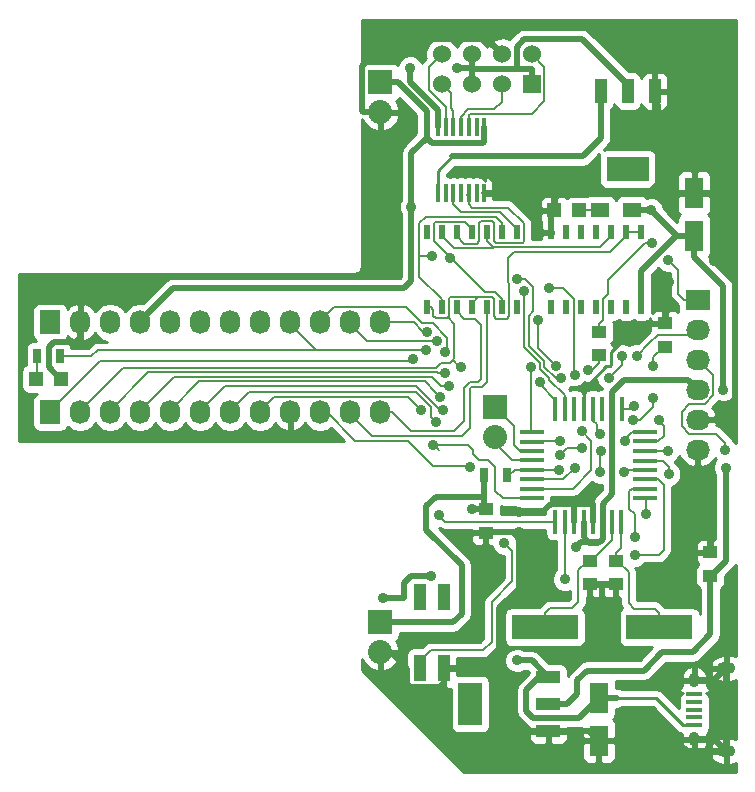
<source format=gtl>
G04 #@! TF.FileFunction,Copper,L1,Top,Signal*
%FSLAX46Y46*%
G04 Gerber Fmt 4.6, Leading zero omitted, Abs format (unit mm)*
G04 Created by KiCad (PCBNEW (2014-12-16 BZR 5324)-product) date Monday, 27 April 2015 11:22:56 am*
%MOMM*%
G01*
G04 APERTURE LIST*
%ADD10C,0.100000*%
%ADD11R,1.250000X1.000000*%
%ADD12R,1.198880X1.198880*%
%ADD13R,0.449580X1.998980*%
%ADD14R,1.998980X0.449580*%
%ADD15R,1.727200X2.032000*%
%ADD16O,1.727200X2.032000*%
%ADD17R,0.700000X1.300000*%
%ADD18R,1.000000X2.250000*%
%ADD19R,5.600700X2.100580*%
%ADD20R,1.600200X2.600960*%
%ADD21R,2.032000X2.032000*%
%ADD22O,2.032000X2.032000*%
%ADD23R,1.500000X1.300000*%
%ADD24R,0.508000X1.143000*%
%ADD25R,0.300000X1.600000*%
%ADD26R,2.032000X3.657600*%
%ADD27R,2.032000X1.016000*%
%ADD28R,3.657600X2.032000*%
%ADD29R,1.016000X2.032000*%
%ADD30R,2.032000X1.727200*%
%ADD31O,2.032000X1.727200*%
%ADD32R,1.350000X0.400000*%
%ADD33O,0.950000X1.250000*%
%ADD34O,1.550000X1.000000*%
%ADD35R,1.524000X1.524000*%
%ADD36C,1.524000*%
%ADD37C,0.889000*%
%ADD38C,0.500000*%
%ADD39C,0.254000*%
%ADD40C,0.127000*%
G04 APERTURE END LIST*
D10*
D11*
X127762000Y-82058000D03*
X127762000Y-84058000D03*
D12*
X80068420Y-86055200D03*
X82166460Y-86055200D03*
D13*
X129649220Y-98160840D03*
X128849120Y-98160840D03*
X128049020Y-98160840D03*
X127248920Y-98160840D03*
X126448820Y-98160840D03*
X125648720Y-98160840D03*
X124848620Y-98160840D03*
X124048520Y-98160840D03*
X124053600Y-88595200D03*
X129667000Y-88595200D03*
X128854200Y-88595200D03*
X128041400Y-88595200D03*
X127254000Y-88595200D03*
X126441200Y-88595200D03*
X125653800Y-88595200D03*
X124841000Y-88595200D03*
D14*
X122047000Y-96169480D03*
X122047000Y-95371920D03*
X122047000Y-94569280D03*
X122047000Y-93771720D03*
X122047000Y-92969080D03*
X122047000Y-92171520D03*
X122047000Y-91368880D03*
X122047000Y-90571320D03*
X131648200Y-96164400D03*
X131648200Y-95377000D03*
X131648200Y-94564200D03*
X131648200Y-93776800D03*
X131648200Y-92989400D03*
X131648200Y-92176600D03*
X131648200Y-91363800D03*
X131648200Y-90551000D03*
D15*
X81280000Y-81280000D03*
D16*
X83820000Y-81280000D03*
X86360000Y-81280000D03*
X88900000Y-81280000D03*
X91440000Y-81280000D03*
X93980000Y-81280000D03*
X96520000Y-81280000D03*
X99060000Y-81280000D03*
X101600000Y-81280000D03*
X104140000Y-81280000D03*
X106680000Y-81280000D03*
X109220000Y-81280000D03*
D17*
X80192840Y-84160360D03*
X82092840Y-84160360D03*
X118023600Y-94234000D03*
X119923600Y-94234000D03*
D18*
X112588800Y-110543600D03*
X114588800Y-110543600D03*
X112588800Y-104543600D03*
X114588800Y-104543600D03*
D19*
X123167140Y-107086400D03*
X132864860Y-107086400D03*
D11*
X133362700Y-83334100D03*
X133362700Y-81334100D03*
X126949200Y-103463600D03*
X126949200Y-101463600D03*
X129184400Y-103463600D03*
X129184400Y-101463600D03*
D20*
X127736600Y-113093500D03*
X127736600Y-116695220D03*
X135813800Y-73936860D03*
X135813800Y-70335140D03*
D11*
X118160800Y-97094800D03*
X118160800Y-99094800D03*
X137185400Y-102747320D03*
X137185400Y-100747320D03*
D12*
X126067820Y-71805800D03*
X123969780Y-71805800D03*
D21*
X118922800Y-88442800D03*
D22*
X118922800Y-90982800D03*
D23*
X130534400Y-71780400D03*
X127834400Y-71780400D03*
D24*
X113157000Y-80010000D03*
X114427000Y-80010000D03*
X115697000Y-80010000D03*
X116967000Y-80010000D03*
X118237000Y-80010000D03*
X119507000Y-80010000D03*
X120777000Y-80010000D03*
X120777000Y-73660000D03*
X119507000Y-73660000D03*
X116967000Y-73660000D03*
X115697000Y-73660000D03*
X114427000Y-73660000D03*
X113157000Y-73660000D03*
X118237000Y-73660000D03*
X131318000Y-73660000D03*
X130048000Y-73660000D03*
X128778000Y-73660000D03*
X127508000Y-73660000D03*
X126238000Y-73660000D03*
X124968000Y-73660000D03*
X123698000Y-73660000D03*
X123698000Y-80010000D03*
X124968000Y-80010000D03*
X127508000Y-80010000D03*
X128778000Y-80010000D03*
X130048000Y-80010000D03*
X131318000Y-80010000D03*
X126238000Y-80010000D03*
D25*
X116728000Y-64764000D03*
X117378000Y-64764000D03*
X118028000Y-64764000D03*
X118028000Y-70364000D03*
X117378000Y-70364000D03*
X116728000Y-70364000D03*
X114128000Y-70364000D03*
X114778000Y-70364000D03*
X115428000Y-70364000D03*
X116078000Y-70364000D03*
X116078000Y-64764000D03*
X115428000Y-64764000D03*
X114778000Y-64764000D03*
X114128000Y-64764000D03*
D26*
X116850160Y-113598960D03*
D27*
X123454160Y-113598960D03*
X123454160Y-111312960D03*
X123454160Y-115884960D03*
D28*
X130200400Y-68300600D03*
D29*
X130200400Y-61696600D03*
X127914400Y-61696600D03*
X132486400Y-61696600D03*
D30*
X136093200Y-79349600D03*
D31*
X136093200Y-81889600D03*
X136093200Y-84429600D03*
X136093200Y-86969600D03*
X136093200Y-89509600D03*
X136093200Y-92049600D03*
D15*
X81280000Y-88900000D03*
D16*
X83820000Y-88900000D03*
X86360000Y-88900000D03*
X88900000Y-88900000D03*
X91440000Y-88900000D03*
X93980000Y-88900000D03*
X96520000Y-88900000D03*
X99060000Y-88900000D03*
X101600000Y-88900000D03*
X104140000Y-88900000D03*
X106680000Y-88900000D03*
X109220000Y-88900000D03*
D21*
X109220000Y-60960000D03*
D22*
X109220000Y-63500000D03*
D21*
X109220000Y-106680000D03*
D22*
X109220000Y-109220000D03*
D32*
X135826500Y-115379500D03*
X135826500Y-114729500D03*
X135826500Y-114079500D03*
X135826500Y-113429500D03*
X135826500Y-112779500D03*
D33*
X135826500Y-116579500D03*
X135826500Y-111579500D03*
D34*
X138526500Y-117579500D03*
X138526500Y-110579500D03*
D35*
X122045000Y-61105000D03*
D36*
X119505000Y-61105000D03*
X116965000Y-61105000D03*
X114425000Y-61105000D03*
X122045000Y-58565000D03*
X119505000Y-58565000D03*
X116965000Y-58565000D03*
X114425000Y-58565000D03*
D37*
X137223500Y-96291400D03*
X137223500Y-96291400D03*
X137985500Y-70345300D03*
X133642100Y-77876400D03*
X119862334Y-70364000D03*
X120954800Y-97332800D03*
X120954800Y-99009200D03*
X120954800Y-99009200D03*
X128066800Y-104851200D03*
X120954800Y-104800400D03*
X120954800Y-104800400D03*
X137490528Y-76072672D03*
X133629400Y-76022200D03*
X132207000Y-74574400D03*
X132207000Y-74574400D03*
X132207000Y-74574400D03*
X116855240Y-93487240D03*
X116855240Y-93487240D03*
X126796800Y-85293200D03*
X124358400Y-93776800D03*
X119710200Y-99957710D03*
X115750000Y-59750000D03*
X111750000Y-59750000D03*
X114512267Y-88715876D03*
X124841000Y-103022380D03*
X120807829Y-77571620D03*
X122732820Y-86353202D03*
X124563988Y-86023397D03*
X128600200Y-85958680D03*
X128600200Y-85958680D03*
X130698240Y-88376760D03*
X113093500Y-83629500D03*
X129667000Y-84137500D03*
X121411980Y-78587620D03*
X123494800Y-78384400D03*
X125679200Y-85699600D03*
X124409200Y-91338400D03*
X122580400Y-81076800D03*
X121970800Y-85090000D03*
X124131050Y-84965550D03*
X131699000Y-97536000D03*
X114314270Y-87590144D03*
X130810000Y-99441000D03*
X115033585Y-86701852D03*
X130810000Y-100965000D03*
X114709180Y-85605842D03*
X112014000Y-84378800D03*
X133654800Y-94132400D03*
X133553190Y-92176600D03*
X113151141Y-82105479D03*
X132791180Y-89573100D03*
X114070082Y-82836224D03*
X129950208Y-91351100D03*
X114748023Y-83756480D03*
X138496040Y-93568520D03*
X138496040Y-93568520D03*
X138496040Y-93568520D03*
X138496040Y-93568520D03*
X132156200Y-71780400D03*
X111861600Y-71533494D03*
X116967000Y-97104200D03*
X125806200Y-100304600D03*
X138287698Y-86969600D03*
X132344160Y-84968080D03*
X132349240Y-87685880D03*
X130596640Y-89555320D03*
X130596640Y-89555320D03*
X127807720Y-90744040D03*
X109448600Y-104648000D03*
X113563400Y-102743000D03*
X120827800Y-109905800D03*
X130937000Y-84112100D03*
X130937000Y-84112100D03*
X130937000Y-84112100D03*
X130937000Y-84112100D03*
X130937000Y-84112100D03*
X126326900Y-90512900D03*
X126326900Y-90512900D03*
X126326900Y-90512900D03*
X113639600Y-75692000D03*
X138430000Y-92100400D03*
X138430000Y-92100400D03*
X138430000Y-92100400D03*
X125717300Y-93586300D03*
X125717300Y-93586300D03*
X125717300Y-93586300D03*
X125717300Y-93586300D03*
X115155643Y-75785645D03*
X129834640Y-93919040D03*
X129834640Y-93919040D03*
X127868680Y-93939360D03*
X127904240Y-92207080D03*
X116062760Y-85018880D03*
X116062760Y-85018880D03*
X124449840Y-92506800D03*
X126309120Y-91897200D03*
X113966233Y-89720029D03*
X114172950Y-97623108D03*
X113728449Y-91625060D03*
X112707281Y-88727404D03*
D38*
X119505000Y-58565000D02*
X118238999Y-57298999D01*
X118238999Y-57298999D02*
X109941799Y-57298999D01*
X109941799Y-57298999D02*
X107699999Y-59540799D01*
X107699999Y-59540799D02*
X107699999Y-63416839D01*
X107699999Y-63416839D02*
X107783160Y-63500000D01*
X107783160Y-63500000D02*
X109220000Y-63500000D01*
X83423760Y-82956400D02*
X83820000Y-82560160D01*
X83820000Y-82560160D02*
X83820000Y-81280000D01*
X81564480Y-82956400D02*
X83423760Y-82956400D01*
X81173320Y-83347560D02*
X81564480Y-82956400D01*
X81173320Y-85079840D02*
X81173320Y-83347560D01*
X82148680Y-86055200D02*
X81173320Y-85079840D01*
X82166460Y-86055200D02*
X82148680Y-86055200D01*
X121874280Y-115884960D02*
X119278400Y-113289080D01*
X119278400Y-113289080D02*
X119278400Y-109880400D01*
X123454160Y-115884960D02*
X121874280Y-115884960D01*
X118615200Y-110543600D02*
X119278400Y-109880400D01*
X123454160Y-115884960D02*
X126926340Y-115884960D01*
X126926340Y-115884960D02*
X127736600Y-116695220D01*
X137185400Y-100747320D02*
X137185400Y-96329500D01*
X137185400Y-96329500D02*
X137223500Y-96291400D01*
X137223500Y-96291400D02*
X137223500Y-94772480D01*
X137223500Y-94772480D02*
X137193020Y-94742000D01*
X137985500Y-70345300D02*
X135823960Y-70345300D01*
X135823960Y-70345300D02*
X135813800Y-70335140D01*
X133362700Y-81334100D02*
X133362700Y-78155800D01*
X133362700Y-78155800D02*
X133642100Y-77876400D01*
X123698000Y-73660000D02*
X123698000Y-72077580D01*
X123698000Y-72077580D02*
X123969780Y-71805800D01*
X131947000Y-70364000D02*
X123741181Y-70364000D01*
X123969780Y-71805800D02*
X123969780Y-70706360D01*
X123741181Y-70364000D02*
X121429627Y-70364000D01*
X123969780Y-70706360D02*
X123741181Y-70477761D01*
X123741181Y-70477761D02*
X123741181Y-70364000D01*
X121473500Y-70364000D02*
X119862334Y-70364000D01*
X119862334Y-70364000D02*
X118032001Y-70364000D01*
X136093200Y-93642180D02*
X137193020Y-94742000D01*
X136093200Y-92049600D02*
X136093200Y-93642180D01*
X127248920Y-98160840D02*
X127248920Y-96626680D01*
X127248920Y-96626680D02*
X127243840Y-96621600D01*
X122936000Y-97332800D02*
X120954800Y-97332800D01*
X123647200Y-96621600D02*
X122936000Y-97332800D01*
X118246400Y-99009200D02*
X118160800Y-99094800D01*
X120954800Y-99009200D02*
X118246400Y-99009200D01*
X125648720Y-96645897D02*
X125673017Y-96621600D01*
X125648720Y-98160840D02*
X125648720Y-96645897D01*
X125673017Y-96621600D02*
X123647200Y-96621600D01*
X127243840Y-96621600D02*
X125673017Y-96621600D01*
X128017082Y-104801482D02*
X128066800Y-104851200D01*
X128017082Y-103463600D02*
X128017082Y-104801482D01*
X126949200Y-103463600D02*
X128017082Y-103463600D01*
X128017082Y-103463600D02*
X129184400Y-103463600D01*
X120954800Y-104800400D02*
X120954800Y-99009200D01*
X114588800Y-110543600D02*
X118615200Y-110543600D01*
X119278400Y-109880400D02*
X119278400Y-105460800D01*
X119938800Y-104800400D02*
X120954800Y-104800400D01*
X119278400Y-105460800D02*
X119938800Y-104800400D01*
X109220000Y-109220000D02*
X110109000Y-109220000D01*
X110109000Y-109220000D02*
X111480600Y-110591600D01*
X111480600Y-110591600D02*
X111480600Y-111861600D01*
X111480600Y-111861600D02*
X111810800Y-112191800D01*
X111810800Y-112191800D02*
X114223800Y-112191800D01*
X114588800Y-111826800D02*
X114588800Y-110543600D01*
X114223800Y-112191800D02*
X114588800Y-111826800D01*
X132486400Y-61696600D02*
X132486400Y-62585600D01*
X132486400Y-62585600D02*
X132765800Y-62865000D01*
X132765800Y-62865000D02*
X132765800Y-69545200D01*
X132765800Y-69545200D02*
X131947000Y-70364000D01*
X121478800Y-70314827D02*
X121429627Y-70364000D01*
X121429627Y-70364000D02*
X119862334Y-70364000D01*
X131975860Y-70335140D02*
X131947000Y-70364000D01*
X135813800Y-70335140D02*
X131975860Y-70335140D01*
X139236199Y-77818343D02*
X137490528Y-76072672D01*
X137609200Y-89509600D02*
X139236199Y-87882601D01*
X139236199Y-87882601D02*
X139236199Y-77818343D01*
X136093200Y-89509600D02*
X137609200Y-89509600D01*
D39*
X126441200Y-87341710D02*
X126441200Y-88595200D01*
X126441200Y-86895938D02*
X126441200Y-87341710D01*
X128374138Y-84963000D02*
X126441200Y-86895938D01*
X128667802Y-84963000D02*
X128374138Y-84963000D01*
X128768001Y-83814757D02*
X128768001Y-84862801D01*
X128768001Y-84862801D02*
X128667802Y-84963000D01*
X131248658Y-81334100D02*
X128768001Y-83814757D01*
X133362700Y-81334100D02*
X131248658Y-81334100D01*
D38*
X135169000Y-117579500D02*
X138526500Y-117579500D01*
X134284720Y-116695220D02*
X135169000Y-117579500D01*
X127736600Y-116695220D02*
X134284720Y-116695220D01*
X138526500Y-116579500D02*
X138526500Y-110579500D01*
X138526500Y-117579500D02*
X138526500Y-116579500D01*
X137526500Y-111579500D02*
X138526500Y-110579500D01*
X135826500Y-111579500D02*
X137526500Y-111579500D01*
X137526500Y-116579500D02*
X138526500Y-117579500D01*
X135826500Y-116579500D02*
X137526500Y-116579500D01*
D40*
X134950200Y-79349600D02*
X134442200Y-78841600D01*
X136093200Y-79349600D02*
X134950200Y-79349600D01*
X128549398Y-78841600D02*
X128117600Y-79273398D01*
X127762000Y-81431000D02*
X127762000Y-82058000D01*
X128117600Y-81075400D02*
X127762000Y-81431000D01*
X128117600Y-79273398D02*
X128117600Y-81075400D01*
X134442200Y-76835000D02*
X133629400Y-76022200D01*
X134442200Y-78841600D02*
X134442200Y-76835000D01*
X132207000Y-74574400D02*
X131648200Y-74574400D01*
X128549398Y-77673202D02*
X128549398Y-78841600D01*
X131648200Y-74574400D02*
X128549398Y-77673202D01*
X113680240Y-93400880D02*
X116768880Y-93400880D01*
X116768880Y-93400880D02*
X116855240Y-93487240D01*
X111587280Y-91307920D02*
X113680240Y-93400880D01*
X107121960Y-91307920D02*
X111587280Y-91307920D01*
X104714040Y-88900000D02*
X107121960Y-91307920D01*
X104140000Y-88900000D02*
X104714040Y-88900000D01*
X127153800Y-85293200D02*
X126796800Y-85293200D01*
X127762000Y-84685000D02*
X127153800Y-85293200D01*
X127762000Y-84058000D02*
X127762000Y-84685000D01*
X122052080Y-93776800D02*
X122047000Y-93771720D01*
X124358400Y-93776800D02*
X122052080Y-93776800D01*
X122041920Y-93776800D02*
X122047000Y-93771720D01*
X119923600Y-94234000D02*
X120142000Y-94234000D01*
X120604280Y-93771720D02*
X122047000Y-93771720D01*
X120142000Y-94234000D02*
X120604280Y-93771720D01*
X112588800Y-110543600D02*
X112588800Y-109966000D01*
X112588800Y-109966000D02*
X113538000Y-109016800D01*
X113538000Y-109016800D02*
X117957600Y-109016800D01*
X117957600Y-109016800D02*
X118668800Y-108305600D01*
X118668800Y-108305600D02*
X118668800Y-105003600D01*
X118668800Y-104927400D02*
X120387290Y-103208910D01*
X118668800Y-105003600D02*
X118668800Y-104927400D01*
X120387290Y-100634800D02*
X119710200Y-99957710D01*
X120387290Y-103208910D02*
X120387290Y-100634800D01*
D38*
X120800039Y-59831001D02*
X120800039Y-59193721D01*
X120800039Y-59193721D02*
X120778999Y-59172681D01*
X120778999Y-59172681D02*
X120778999Y-57957319D01*
X120778999Y-57957319D02*
X121437319Y-57298999D01*
X121437319Y-57298999D02*
X126310799Y-57298999D01*
X130200400Y-61188600D02*
X130200400Y-61696600D01*
X126310799Y-57298999D02*
X130200400Y-61188600D01*
X120800039Y-59831001D02*
X116999965Y-59831001D01*
X122033001Y-59831001D02*
X120800039Y-59831001D01*
X115750000Y-59750000D02*
X116918964Y-59750000D01*
X116918964Y-59750000D02*
X116965000Y-59796036D01*
X113541999Y-62699668D02*
X111750000Y-60907669D01*
X111750000Y-60907669D02*
X111750000Y-59750000D01*
X116965000Y-61105000D02*
X116965000Y-59796036D01*
X122045000Y-59843000D02*
X122033001Y-59831001D01*
X116965000Y-59796036D02*
X116965000Y-58565000D01*
X122045000Y-61105000D02*
X122045000Y-59843000D01*
X116999965Y-59831001D02*
X116965000Y-59796036D01*
X113541999Y-62699668D02*
X114123999Y-63281668D01*
X114123999Y-63281668D02*
X114123999Y-63560799D01*
X114123999Y-63560799D02*
X114123999Y-64764000D01*
D40*
X80192840Y-84160360D02*
X80192840Y-85930780D01*
X80192840Y-85930780D02*
X80068420Y-86055200D01*
X93980000Y-88900000D02*
X93980000Y-88747600D01*
X112261205Y-86664841D02*
X114312240Y-88715876D01*
X93980000Y-88747600D02*
X96062759Y-86664841D01*
X114312240Y-88715876D02*
X114512267Y-88715876D01*
X96062759Y-86664841D02*
X112261205Y-86664841D01*
X124848620Y-98160840D02*
X124848620Y-103014760D01*
X124848620Y-103014760D02*
X124841000Y-103022380D01*
X124053600Y-87820500D02*
X122732820Y-86499720D01*
X124053600Y-88595200D02*
X124053600Y-87820500D01*
X122732820Y-86499720D02*
X122732820Y-86353202D01*
X121481837Y-77571620D02*
X122174000Y-78263783D01*
X121818399Y-80711039D02*
X121818399Y-83271008D01*
X120807829Y-77571620D02*
X121481837Y-77571620D01*
X124069606Y-86023397D02*
X124563988Y-86023397D01*
X122174000Y-78263783D02*
X122174000Y-80355438D01*
X122174000Y-80355438D02*
X121818399Y-80711039D01*
X123113811Y-84566420D02*
X123113811Y-85067602D01*
X121818399Y-83271008D02*
X123113811Y-84566420D01*
X123113811Y-85067602D02*
X124069606Y-86023397D01*
X84775040Y-84160360D02*
X85318601Y-83616799D01*
X85318601Y-83616799D02*
X103784399Y-83616799D01*
X82092840Y-84160360D02*
X84775040Y-84160360D01*
X129667000Y-84137500D02*
X129667000Y-84891880D01*
X129667000Y-84891880D02*
X128600200Y-85958680D01*
X129667000Y-88595200D02*
X130479800Y-88595200D01*
X130479800Y-88595200D02*
X130698240Y-88376760D01*
X101600000Y-81432400D02*
X103784399Y-83616799D01*
X101600000Y-81280000D02*
X101600000Y-81432400D01*
X103784399Y-83616799D02*
X112452182Y-83616799D01*
X112452182Y-83616799D02*
X112464883Y-83629500D01*
X112464883Y-83629500D02*
X113093500Y-83629500D01*
X121411980Y-83403418D02*
X121411980Y-79216237D01*
X124841000Y-88595200D02*
X124841000Y-87468710D01*
X124841000Y-87468710D02*
X123494821Y-86122531D01*
X123494821Y-85987441D02*
X122732801Y-85225421D01*
X123494821Y-86122531D02*
X123494821Y-85987441D01*
X122732801Y-85225421D02*
X122732801Y-84724239D01*
X121411980Y-79216237D02*
X121411980Y-78587620D01*
X122732801Y-84724239D02*
X121411980Y-83403418D01*
X118922800Y-90982800D02*
X118922800Y-91490800D01*
X120401080Y-92969080D02*
X122047000Y-92969080D01*
X118922800Y-91490800D02*
X120401080Y-92969080D01*
X122047000Y-92171520D02*
X121025920Y-92171520D01*
X121025920Y-92171520D02*
X120548400Y-91694000D01*
X120548400Y-90068400D02*
X118922800Y-88442800D01*
X120548400Y-91694000D02*
X120548400Y-90068400D01*
X125666499Y-85686899D02*
X125679200Y-85699600D01*
X125666499Y-79311497D02*
X125666499Y-85686899D01*
X124739402Y-78384400D02*
X125666499Y-79311497D01*
X123494800Y-78384400D02*
X124739402Y-78384400D01*
X122077480Y-91338400D02*
X122047000Y-91368880D01*
X124409200Y-91338400D02*
X122077480Y-91338400D01*
X121970800Y-90495120D02*
X122047000Y-90571320D01*
X121970800Y-85090000D02*
X121970800Y-90495120D01*
X123686551Y-84521051D02*
X124131050Y-84965550D01*
X122580400Y-81076800D02*
X122580400Y-83414900D01*
X122580400Y-83414900D02*
X123686551Y-84521051D01*
X131699000Y-96215200D02*
X131648200Y-96164400D01*
X131699000Y-97536000D02*
X131699000Y-96215200D01*
X113869771Y-87145645D02*
X114314270Y-87590144D01*
X91440000Y-88747600D02*
X93903769Y-86283831D01*
X93903769Y-86283831D02*
X113007957Y-86283831D01*
X113007957Y-86283831D02*
X113869771Y-87145645D01*
X91440000Y-88900000D02*
X91440000Y-88747600D01*
X130521710Y-95377000D02*
X131648200Y-95377000D01*
X130331209Y-95567501D02*
X130521710Y-95377000D01*
X130331209Y-97047047D02*
X130331209Y-95567501D01*
X130810000Y-97525838D02*
X130331209Y-97047047D01*
X130810000Y-99441000D02*
X130810000Y-97525838D01*
X88900000Y-88900000D02*
X88900000Y-88747600D01*
X88900000Y-88747600D02*
X91744779Y-85902821D01*
X91744779Y-85902821D02*
X113605937Y-85902821D01*
X113605937Y-85902821D02*
X114404968Y-86701852D01*
X114404968Y-86701852D02*
X115033585Y-86701852D01*
X130810000Y-100965000D02*
X132842000Y-100965000D01*
X132842000Y-100965000D02*
X133223000Y-100584000D01*
X132774690Y-94564200D02*
X131648200Y-94564200D01*
X133223000Y-95012510D02*
X132774690Y-94564200D01*
X133223000Y-100584000D02*
X133223000Y-95012510D01*
X114080563Y-85605842D02*
X114709180Y-85605842D01*
X86360000Y-88900000D02*
X86360000Y-88747600D01*
X89585789Y-85521811D02*
X113996532Y-85521811D01*
X86360000Y-88747600D02*
X89585789Y-85521811D01*
X113996532Y-85521811D02*
X114080563Y-85605842D01*
X81280000Y-88747600D02*
X85496400Y-84531200D01*
X81280000Y-88900000D02*
X81280000Y-88747600D01*
X111861600Y-84531200D02*
X112014000Y-84378800D01*
X85496400Y-84531200D02*
X111861600Y-84531200D01*
X132774690Y-92989400D02*
X131648200Y-92989400D01*
X133140417Y-92989400D02*
X132774690Y-92989400D01*
X133654800Y-93503783D02*
X133140417Y-92989400D01*
X133654800Y-94132400D02*
X133654800Y-93503783D01*
X131648200Y-92176600D02*
X133553190Y-92176600D01*
X112046309Y-81280000D02*
X112871788Y-82105479D01*
X112871788Y-82105479D02*
X113151141Y-82105479D01*
X109220000Y-81280000D02*
X112046309Y-81280000D01*
X132791180Y-89573100D02*
X133235679Y-90017599D01*
X133235679Y-90017599D02*
X133235679Y-90902811D01*
X133235679Y-90902811D02*
X132774690Y-91363800D01*
X132774690Y-91363800D02*
X131648200Y-91363800D01*
X113410190Y-82867499D02*
X113441465Y-82836224D01*
X113441465Y-82836224D02*
X114070082Y-82836224D01*
X108115099Y-82867499D02*
X113410190Y-82867499D01*
X106680000Y-81280000D02*
X106680000Y-81432400D01*
X106680000Y-81432400D02*
X108115099Y-82867499D01*
X131648200Y-90551000D02*
X130521710Y-90551000D01*
X130521710Y-90551000D02*
X129950208Y-91122502D01*
X129950208Y-91122502D02*
X129950208Y-91351100D01*
X131762500Y-90436700D02*
X131648200Y-90551000D01*
X113675813Y-81343478D02*
X114901091Y-82568756D01*
X105321110Y-79946490D02*
X111388392Y-79946490D01*
X111388392Y-79946490D02*
X112785380Y-81343478D01*
X104140000Y-81280000D02*
X104140000Y-81127600D01*
X104140000Y-81127600D02*
X105321110Y-79946490D01*
X112785380Y-81343478D02*
X113675813Y-81343478D01*
X114901091Y-82568756D02*
X114901091Y-83603412D01*
X114901091Y-83603412D02*
X114748023Y-83756480D01*
D38*
X127914400Y-61696600D02*
X127914400Y-65659000D01*
X127914400Y-65659000D02*
X126365000Y-67208400D01*
X126365000Y-67208400D02*
X115341400Y-67208400D01*
D39*
X114128000Y-68421800D02*
X115341400Y-67208400D01*
X114128000Y-70364000D02*
X114128000Y-68421800D01*
D38*
X128049020Y-98160840D02*
X128049020Y-96644460D01*
X128049020Y-96644460D02*
X128854200Y-95839280D01*
X128854200Y-95839280D02*
X128854200Y-88595200D01*
X128049020Y-99595940D02*
X128049020Y-98160840D01*
X126918720Y-99943920D02*
X127701040Y-99943920D01*
X126448820Y-99474020D02*
X126918720Y-99943920D01*
X126448820Y-98160840D02*
X126448820Y-99474020D01*
X118023600Y-94234000D02*
X118023600Y-96065360D01*
X118023600Y-96065360D02*
X118023600Y-96957600D01*
X113126520Y-96850200D02*
X113911360Y-96065360D01*
X113911360Y-96065360D02*
X118023600Y-96065360D01*
X113126520Y-98856800D02*
X113126520Y-96850200D01*
X116108480Y-101838760D02*
X113126520Y-98856800D01*
X116108480Y-105968800D02*
X116108480Y-101838760D01*
X115397280Y-106680000D02*
X116108480Y-105968800D01*
X109220000Y-106680000D02*
X115397280Y-106680000D01*
X88900000Y-81127600D02*
X91643200Y-78384400D01*
X129875280Y-86156800D02*
X135280400Y-86156800D01*
X135280400Y-86156800D02*
X136093200Y-86969600D01*
X128854200Y-87177880D02*
X129875280Y-86156800D01*
X128854200Y-88595200D02*
X128854200Y-87177880D01*
X137216640Y-102747320D02*
X138496040Y-101467920D01*
X138496040Y-101467920D02*
X138496040Y-93568520D01*
X137185400Y-102747320D02*
X137216640Y-102747320D01*
X135671560Y-109204760D02*
X137185400Y-107690920D01*
X137185400Y-107690920D02*
X137185400Y-102747320D01*
X133096000Y-109204760D02*
X135671560Y-109204760D01*
X131546600Y-110754160D02*
X133096000Y-109204760D01*
X126735840Y-110754160D02*
X131546600Y-110754160D01*
X125897640Y-111592360D02*
X126735840Y-110754160D01*
X125897640Y-112740440D02*
X125897640Y-111592360D01*
X125039120Y-113598960D02*
X125897640Y-112740440D01*
X123454160Y-113598960D02*
X125039120Y-113598960D01*
X130534400Y-71780400D02*
X132156200Y-71780400D01*
X113157000Y-63381000D02*
X113157000Y-65650202D01*
X113157000Y-65650202D02*
X113574799Y-66068001D01*
X113574799Y-66068001D02*
X117931201Y-66068001D01*
X117931201Y-66068001D02*
X118032001Y-65967201D01*
X118032001Y-65967201D02*
X118032001Y-64764000D01*
X109220000Y-60960000D02*
X110736000Y-60960000D01*
X110736000Y-60960000D02*
X113157000Y-63381000D01*
X88900000Y-81280000D02*
X88900000Y-81127600D01*
X91643200Y-78384400D02*
X111252000Y-78384400D01*
X111252000Y-78384400D02*
X111861600Y-77774800D01*
X111861600Y-66945602D02*
X113157000Y-65650202D01*
X118023600Y-96957600D02*
X118160800Y-97094800D01*
X134312660Y-73936860D02*
X132156200Y-71780400D01*
X135813800Y-73936860D02*
X134312660Y-73936860D01*
X135813800Y-73936860D02*
X134292340Y-73936860D01*
X131318000Y-76911200D02*
X131318000Y-80010000D01*
X134292340Y-73936860D02*
X131318000Y-76911200D01*
X111861600Y-71533494D02*
X111861600Y-66945602D01*
X111861600Y-77774800D02*
X111861600Y-71533494D01*
X116976400Y-97094800D02*
X116967000Y-97104200D01*
X118160800Y-97094800D02*
X116976400Y-97094800D01*
X126250699Y-99860101D02*
X127784859Y-99860101D01*
X127881506Y-99763454D02*
X128049020Y-99595940D01*
X127784859Y-99860101D02*
X127881506Y-99763454D01*
X125806200Y-100304600D02*
X126250699Y-99860101D01*
X127701040Y-99943920D02*
X127881506Y-99763454D01*
X135813800Y-73936860D02*
X135813800Y-73435390D01*
X138287698Y-78211238D02*
X138287698Y-86969600D01*
X135813800Y-75737340D02*
X138287698Y-78211238D01*
X135813800Y-73936860D02*
X135813800Y-75737340D01*
D40*
X131236720Y-89555320D02*
X132349240Y-88442800D01*
X132349240Y-88442800D02*
X132349240Y-87685880D01*
X130596640Y-89555320D02*
X131236720Y-89555320D01*
X127562609Y-89912191D02*
X127562609Y-90498929D01*
X127562609Y-90498929D02*
X127807720Y-90744040D01*
X132344160Y-84968080D02*
X132344160Y-84227640D01*
X133237700Y-83334100D02*
X133362700Y-83334100D01*
X132344160Y-84227640D02*
X133237700Y-83334100D01*
X127254000Y-88595200D02*
X127254000Y-89603582D01*
X127254000Y-89603582D02*
X127562609Y-89912191D01*
X128849120Y-99287330D02*
X128849120Y-98160840D01*
X128849120Y-99688680D02*
X128849120Y-99287330D01*
X127074200Y-101463600D02*
X128849120Y-99688680D01*
X126949200Y-101463600D02*
X127074200Y-101463600D01*
X126824200Y-101463600D02*
X126949200Y-101463600D01*
X126006699Y-102281101D02*
X126824200Y-101463600D01*
X126006699Y-104930101D02*
X126006699Y-102281101D01*
X125476000Y-105460800D02*
X126006699Y-104930101D01*
X123615450Y-105460800D02*
X125476000Y-105460800D01*
X123167140Y-105909110D02*
X123615450Y-105460800D01*
X123167140Y-107086400D02*
X123167140Y-105909110D01*
X129649220Y-99287330D02*
X129649220Y-98160840D01*
X129649220Y-100371780D02*
X129649220Y-99287330D01*
X129184400Y-100836600D02*
X129649220Y-100371780D01*
X129184400Y-101463600D02*
X129184400Y-100836600D01*
X132864860Y-105909110D02*
X132467350Y-105511600D01*
X132864860Y-107086400D02*
X132864860Y-105909110D01*
X132467350Y-105511600D02*
X130708400Y-105511600D01*
X130708400Y-105511600D02*
X130251200Y-105054400D01*
X129309400Y-101463600D02*
X129184400Y-101463600D01*
X130251200Y-102405400D02*
X129309400Y-101463600D01*
X130251200Y-105054400D02*
X130251200Y-102405400D01*
D38*
X129252980Y-113093500D02*
X127736600Y-113093500D01*
X122158760Y-114741960D02*
X126088140Y-114741960D01*
X126088140Y-114741960D02*
X127736600Y-113093500D01*
X121610120Y-114193320D02*
X122158760Y-114741960D01*
X121610120Y-112395000D02*
X121610120Y-114193320D01*
X122692160Y-111312960D02*
X121610120Y-112395000D01*
X123454160Y-111312960D02*
X122692160Y-111312960D01*
X109448600Y-104648000D02*
X111279999Y-104648000D01*
X111857198Y-102743000D02*
X113563400Y-102743000D01*
X111279999Y-103320199D02*
X111857198Y-102743000D01*
X111279999Y-104648000D02*
X111279999Y-103320199D01*
X122047000Y-109905800D02*
X123454160Y-111312960D01*
X120827800Y-109905800D02*
X122047000Y-109905800D01*
D39*
X132611500Y-113093500D02*
X129252980Y-113093500D01*
X134897500Y-115379500D02*
X132611500Y-113093500D01*
X135826500Y-115379500D02*
X134897500Y-115379500D01*
D40*
X127834400Y-71780400D02*
X126093220Y-71780400D01*
X126093220Y-71780400D02*
X126067820Y-71805800D01*
X122047000Y-95371920D02*
X125544580Y-95371920D01*
X125544580Y-95371920D02*
X127114300Y-93802200D01*
X127114300Y-93802200D02*
X127114300Y-91300300D01*
X127114300Y-91300300D02*
X126326900Y-90512900D01*
X132727700Y-82334100D02*
X135648700Y-82334100D01*
X135648700Y-82334100D02*
X136093200Y-81889600D01*
X132003800Y-83058000D02*
X132727700Y-82334100D01*
X131991100Y-83058000D02*
X132003800Y-83058000D01*
X130937000Y-84112100D02*
X131991100Y-83058000D01*
X119507000Y-72834500D02*
X119507000Y-73660000D01*
X118999000Y-72326500D02*
X119507000Y-72834500D01*
X113093498Y-72326500D02*
X118999000Y-72326500D01*
X112522000Y-72897998D02*
X113093498Y-72326500D01*
X112522000Y-77406500D02*
X114427000Y-79311500D01*
X114427000Y-79311500D02*
X114427000Y-80010000D01*
X113003252Y-75699731D02*
X112522000Y-75699731D01*
X113010983Y-75692000D02*
X113003252Y-75699731D01*
X113639600Y-75692000D02*
X113010983Y-75692000D01*
X112522000Y-75699731D02*
X112522000Y-72897998D01*
X112522000Y-77406500D02*
X112522000Y-75699731D01*
X138430000Y-92100400D02*
X138404600Y-92075000D01*
X122047000Y-94569280D02*
X124734320Y-94569280D01*
X124734320Y-94569280D02*
X125717300Y-93586300D01*
X116395499Y-72770999D02*
X116967000Y-73342500D01*
X113918999Y-72770999D02*
X116395499Y-72770999D01*
X113792000Y-72897998D02*
X113918999Y-72770999D01*
X113792000Y-74422002D02*
X113792000Y-72897998D01*
X118935489Y-78739989D02*
X118109987Y-78739989D01*
X119507000Y-80010000D02*
X119507000Y-79311500D01*
X119507000Y-79311500D02*
X118935489Y-78739989D01*
X116967000Y-73342500D02*
X116967000Y-73660000D01*
X118109987Y-78739989D02*
X113792000Y-74422002D01*
X137648927Y-90690710D02*
X135394710Y-90690710D01*
X138430000Y-91471783D02*
X137648927Y-90690710D01*
X138430000Y-92100400D02*
X138430000Y-91471783D01*
X134759690Y-90055690D02*
X134759690Y-88836490D01*
X135394710Y-90690710D02*
X134759690Y-90055690D01*
X134759690Y-88836490D02*
X135407380Y-88188800D01*
X136696741Y-88188800D02*
X137426710Y-87458831D01*
X137426710Y-87458831D02*
X137426710Y-85763110D01*
X135407380Y-88188800D02*
X136696741Y-88188800D01*
X137130034Y-85466434D02*
X136093200Y-84429600D01*
X137426710Y-85763110D02*
X137130034Y-85466434D01*
X120040399Y-77886561D02*
X120040399Y-75793601D01*
X120040399Y-75793601D02*
X120522979Y-75311021D01*
X120522979Y-75311021D02*
X128714479Y-75311021D01*
X120142000Y-77988162D02*
X120040399Y-77886561D01*
X129834640Y-93919040D02*
X129976880Y-93776800D01*
X129976880Y-93776800D02*
X131648200Y-93776800D01*
X127904240Y-92207080D02*
X127868680Y-92242640D01*
X127868680Y-92242640D02*
X127868680Y-93939360D01*
X115113784Y-84695746D02*
X115348050Y-84461480D01*
X115348050Y-84461480D02*
X115510024Y-84299506D01*
X116062760Y-85018880D02*
X115905450Y-85018880D01*
X115905450Y-85018880D02*
X115348050Y-84461480D01*
X126309120Y-91897200D02*
X125059440Y-91897200D01*
X125059440Y-91897200D02*
X124449840Y-92506800D01*
X131648200Y-93776800D02*
X130048000Y-93776800D01*
X115062000Y-80708500D02*
X115062000Y-79247998D01*
X115062000Y-79247998D02*
X115188999Y-79120999D01*
X115188999Y-79120999D02*
X117538501Y-79120999D01*
X113728500Y-80708500D02*
X113919001Y-80899001D01*
X113919001Y-80899001D02*
X114871499Y-80899001D01*
X113728500Y-80200500D02*
X113728500Y-80708500D01*
X113157000Y-80010000D02*
X113538000Y-80010000D01*
X113538000Y-80010000D02*
X113728500Y-80200500D01*
X116967000Y-80010000D02*
X116967000Y-79692500D01*
X116967000Y-79692500D02*
X117538501Y-79120999D01*
X130048000Y-73660000D02*
X131318000Y-73660000D01*
X114929850Y-80840650D02*
X115062000Y-80708500D01*
X114871499Y-80899001D02*
X114929850Y-80840650D01*
X117538501Y-79120999D02*
X118681499Y-79120999D01*
X118681499Y-79120999D02*
X118872000Y-79311500D01*
X118872000Y-79311500D02*
X118872000Y-80772000D01*
X118872000Y-80772000D02*
X119062500Y-80962500D01*
X119951500Y-80962500D02*
X120142000Y-80772000D01*
X119062500Y-80962500D02*
X119951500Y-80962500D01*
X120142000Y-80772000D02*
X120142000Y-77988162D01*
X128714479Y-75311021D02*
X130048000Y-73977500D01*
X130048000Y-73977500D02*
X130048000Y-73660000D01*
X114382262Y-84695746D02*
X115113784Y-84695746D01*
X83820000Y-88900000D02*
X83820000Y-88747600D01*
X115510024Y-84299506D02*
X115510024Y-81420824D01*
X87426799Y-85140801D02*
X113937207Y-85140801D01*
X113937207Y-85140801D02*
X114382262Y-84695746D01*
X115510024Y-81420824D02*
X114929850Y-80840650D01*
X83820000Y-88747600D02*
X87426799Y-85140801D01*
X119379990Y-71945490D02*
X120777000Y-73342500D01*
X120777000Y-73342500D02*
X120777000Y-73660000D01*
X116082490Y-71945490D02*
X119379990Y-71945490D01*
X115428000Y-71291000D02*
X116082490Y-71945490D01*
X115428000Y-70364000D02*
X115428000Y-71291000D01*
X115697000Y-73342500D02*
X115697000Y-73660000D01*
X116728000Y-70364000D02*
X116728000Y-71291000D01*
X116728000Y-71291000D02*
X117001480Y-71564480D01*
X116332000Y-74612500D02*
X115697000Y-73977500D01*
X117001480Y-71564480D02*
X120078482Y-71564480D01*
X121412000Y-74422000D02*
X121285001Y-74549001D01*
X120078482Y-71564480D02*
X121412000Y-72897998D01*
X121412000Y-72897998D02*
X121412000Y-74422000D01*
X121285001Y-74549001D02*
X118998999Y-74549001D01*
X115697000Y-73977500D02*
X115697000Y-73660000D01*
X117411500Y-74612500D02*
X116332000Y-74612500D01*
X116728000Y-70364000D02*
X116611399Y-70480601D01*
X118872000Y-74422002D02*
X118872000Y-72897998D01*
X118998999Y-74549001D02*
X118872000Y-74422002D01*
X117602000Y-74422000D02*
X117411500Y-74612500D01*
X118681512Y-72707510D02*
X117792488Y-72707510D01*
X117602000Y-72897998D02*
X117602000Y-74422000D01*
X118872000Y-72897998D02*
X118681512Y-72707510D01*
X117792488Y-72707510D02*
X117602000Y-72897998D01*
X114427000Y-73977500D02*
X115443010Y-74993510D01*
X114427000Y-73660000D02*
X114427000Y-73977500D01*
X128778000Y-73660000D02*
X128778000Y-73977500D01*
X128778000Y-73977500D02*
X127825489Y-74930011D01*
X118237000Y-74358500D02*
X118237000Y-73660000D01*
X118808511Y-74930011D02*
X118237000Y-74358500D01*
X127825489Y-74930011D02*
X118808511Y-74930011D01*
X118745012Y-74993510D02*
X118808511Y-74930011D01*
X115443010Y-74993510D02*
X118745012Y-74993510D01*
X122045000Y-58565000D02*
X123124501Y-59644501D01*
X123124501Y-59644501D02*
X123124501Y-62549499D01*
X123124501Y-62549499D02*
X122047000Y-63627000D01*
X116728000Y-64764000D02*
X116728000Y-63739000D01*
X116728000Y-63739000D02*
X116840000Y-63627000D01*
X116840000Y-63627000D02*
X122047000Y-63627000D01*
X116682181Y-63245990D02*
X118510783Y-63245990D01*
X119505000Y-61105000D02*
X119505000Y-62605727D01*
X119505000Y-62605727D02*
X118864737Y-63245990D01*
X118864737Y-63245990D02*
X118510783Y-63245990D01*
X116078000Y-63850171D02*
X116682181Y-63245990D01*
X116078000Y-64764000D02*
X116078000Y-63850171D01*
X114425000Y-61105000D02*
X115186999Y-61866999D01*
X115186999Y-61866999D02*
X115186999Y-63159499D01*
X115186999Y-63159499D02*
X115428000Y-63400500D01*
X115428000Y-63400500D02*
X115428000Y-63837000D01*
X115428000Y-63837000D02*
X115428000Y-64764000D01*
X114425000Y-58565000D02*
X113345499Y-59644501D01*
X113345499Y-59644501D02*
X113345499Y-61623161D01*
X113345499Y-61623161D02*
X114778000Y-63055662D01*
X114778000Y-63055662D02*
X114778000Y-63837000D01*
X114778000Y-63837000D02*
X114778000Y-64764000D01*
X124048520Y-98160840D02*
X114710682Y-98160840D01*
X114710682Y-98160840D02*
X114617449Y-98067607D01*
X114617449Y-98067607D02*
X114172950Y-97623108D01*
X96520000Y-88900000D02*
X96520000Y-88747600D01*
X98089282Y-87178318D02*
X112235854Y-87178318D01*
X112235854Y-87178318D02*
X113521734Y-88464198D01*
X96520000Y-88747600D02*
X98089282Y-87178318D01*
X113521734Y-88464198D02*
X113521734Y-89275530D01*
X113521734Y-89275530D02*
X113966233Y-89720029D01*
X114172948Y-92069559D02*
X113728449Y-91625060D01*
X99060000Y-88900000D02*
X99060000Y-88747600D01*
X99060000Y-88747600D02*
X100241110Y-87566490D01*
X100241110Y-87566490D02*
X111546367Y-87566490D01*
X111546367Y-87566490D02*
X112262782Y-88282905D01*
X112262782Y-88282905D02*
X112707281Y-88727404D01*
X113728449Y-91625060D02*
X116669460Y-91625060D01*
X116669460Y-91625060D02*
X117094000Y-92049600D01*
X117094000Y-92049600D02*
X117094000Y-92456000D01*
X117094000Y-92456000D02*
X117551200Y-92913200D01*
X117551200Y-92913200D02*
X118364000Y-92913200D01*
X118364000Y-92913200D02*
X118973600Y-93522800D01*
X118973600Y-95555735D02*
X119587345Y-96169480D01*
X118973600Y-93522800D02*
X118973600Y-95555735D01*
X122047000Y-96169480D02*
X119587345Y-96169480D01*
X111792630Y-90482030D02*
X110210600Y-88900000D01*
X115511970Y-90482030D02*
X111792630Y-90482030D01*
X110210600Y-88900000D02*
X109220000Y-88900000D01*
X116332000Y-89662000D02*
X115511970Y-90482030D01*
X116332000Y-86817200D02*
X116332000Y-89662000D01*
X116789200Y-86360000D02*
X116332000Y-86817200D01*
X117500400Y-86360000D02*
X116789200Y-86360000D01*
X117792500Y-86067900D02*
X117500400Y-86360000D01*
X117792500Y-81534000D02*
X117792500Y-86067900D01*
X117221000Y-80962500D02*
X117792500Y-81534000D01*
X116332000Y-80962500D02*
X117221000Y-80962500D01*
X115697000Y-80327500D02*
X116332000Y-80962500D01*
X115697000Y-80010000D02*
X115697000Y-80327500D01*
X116146960Y-90863040D02*
X108490640Y-90863040D01*
X116789200Y-90220800D02*
X116146960Y-90863040D01*
X106680000Y-89052400D02*
X106680000Y-88900000D01*
X116789200Y-86918800D02*
X116789200Y-90220800D01*
X116941600Y-86766400D02*
X116789200Y-86918800D01*
X117805200Y-86766400D02*
X116941600Y-86766400D01*
X118237000Y-86334600D02*
X117805200Y-86766400D01*
X108490640Y-90863040D02*
X106680000Y-89052400D01*
X118237000Y-80010000D02*
X118237000Y-86334600D01*
D39*
G36*
X82313460Y-86182200D02*
X82293460Y-86182200D01*
X82293460Y-86202200D01*
X82039460Y-86202200D01*
X82039460Y-86182200D01*
X82019460Y-86182200D01*
X82019460Y-85928200D01*
X82039460Y-85928200D01*
X82039460Y-85908200D01*
X82293460Y-85908200D01*
X82293460Y-85928200D01*
X82313460Y-85928200D01*
X82313460Y-86182200D01*
X82313460Y-86182200D01*
G37*
X82313460Y-86182200D02*
X82293460Y-86182200D01*
X82293460Y-86202200D01*
X82039460Y-86202200D01*
X82039460Y-86182200D01*
X82019460Y-86182200D01*
X82019460Y-85928200D01*
X82039460Y-85928200D01*
X82039460Y-85908200D01*
X82293460Y-85908200D01*
X82293460Y-85928200D01*
X82313460Y-85928200D01*
X82313460Y-86182200D01*
G36*
X112272000Y-65283622D02*
X111235810Y-66319812D01*
X111043967Y-66606927D01*
X111032789Y-66663117D01*
X110976599Y-66945602D01*
X110976600Y-66945607D01*
X110976600Y-70891637D01*
X110946978Y-70921208D01*
X110825975Y-71212614D01*
X110825975Y-63882944D01*
X110706836Y-63627000D01*
X109347000Y-63627000D01*
X109347000Y-64987367D01*
X109602946Y-65105983D01*
X110188379Y-64837188D01*
X110626385Y-64364818D01*
X110825975Y-63882944D01*
X110825975Y-71212614D01*
X110782287Y-71317826D01*
X110781913Y-71747278D01*
X110945911Y-72144183D01*
X110976600Y-72174925D01*
X110976600Y-77408220D01*
X110885420Y-77499400D01*
X91643205Y-77499400D01*
X91643200Y-77499399D01*
X91360715Y-77555589D01*
X91304525Y-77566767D01*
X91017410Y-77758610D01*
X91017407Y-77758613D01*
X89133015Y-79643004D01*
X88900000Y-79596655D01*
X88326511Y-79710729D01*
X87840330Y-80035585D01*
X87630000Y-80350365D01*
X87419670Y-80035585D01*
X86933489Y-79710729D01*
X86360000Y-79596655D01*
X85786511Y-79710729D01*
X85300330Y-80035585D01*
X85093539Y-80345069D01*
X84722036Y-79929268D01*
X84194791Y-79675291D01*
X84179026Y-79672642D01*
X83947000Y-79793783D01*
X83947000Y-81153000D01*
X83967000Y-81153000D01*
X83967000Y-81407000D01*
X83947000Y-81407000D01*
X83947000Y-82766217D01*
X84179026Y-82887358D01*
X84194791Y-82884709D01*
X84722036Y-82630732D01*
X85093539Y-82214930D01*
X85300330Y-82524415D01*
X85786511Y-82849271D01*
X86133538Y-82918299D01*
X85318601Y-82918299D01*
X85051297Y-82971469D01*
X84824687Y-83122885D01*
X84485712Y-83461860D01*
X83080869Y-83461860D01*
X83043303Y-83268237D01*
X82903513Y-83055433D01*
X82692480Y-82912983D01*
X82442840Y-82862920D01*
X82436785Y-82862920D01*
X82598527Y-82756673D01*
X82740977Y-82545640D01*
X82759483Y-82453354D01*
X82917964Y-82630732D01*
X83445209Y-82884709D01*
X83460974Y-82887358D01*
X83693000Y-82766217D01*
X83693000Y-81407000D01*
X83673000Y-81407000D01*
X83673000Y-81153000D01*
X83693000Y-81153000D01*
X83693000Y-79793783D01*
X83460974Y-79672642D01*
X83445209Y-79675291D01*
X82917964Y-79929268D01*
X82760326Y-80105701D01*
X82744063Y-80021877D01*
X82604273Y-79809073D01*
X82393240Y-79666623D01*
X82143600Y-79616560D01*
X80416400Y-79616560D01*
X80174277Y-79663537D01*
X79961473Y-79803327D01*
X79819023Y-80014360D01*
X79768960Y-80264000D01*
X79768960Y-82296000D01*
X79815937Y-82538123D01*
X79955727Y-82750927D01*
X80121639Y-82862920D01*
X79842840Y-82862920D01*
X79600717Y-82909897D01*
X79387913Y-83049687D01*
X79245463Y-83260720D01*
X79195400Y-83510360D01*
X79195400Y-84810360D01*
X79206689Y-84868545D01*
X79014053Y-84995087D01*
X78871603Y-85206120D01*
X78821540Y-85455760D01*
X78821540Y-86654640D01*
X78868517Y-86896763D01*
X79008307Y-87109567D01*
X79219340Y-87252017D01*
X79468980Y-87302080D01*
X80146048Y-87302080D01*
X79961473Y-87423327D01*
X79819023Y-87634360D01*
X79768960Y-87884000D01*
X79768960Y-89916000D01*
X79815937Y-90158123D01*
X79955727Y-90370927D01*
X80166760Y-90513377D01*
X80416400Y-90563440D01*
X82143600Y-90563440D01*
X82385723Y-90516463D01*
X82598527Y-90376673D01*
X82740977Y-90165640D01*
X82748718Y-90127037D01*
X82760330Y-90144415D01*
X83246511Y-90469271D01*
X83820000Y-90583345D01*
X84393489Y-90469271D01*
X84879670Y-90144415D01*
X85090000Y-89829634D01*
X85300330Y-90144415D01*
X85786511Y-90469271D01*
X86360000Y-90583345D01*
X86933489Y-90469271D01*
X87419670Y-90144415D01*
X87630000Y-89829634D01*
X87840330Y-90144415D01*
X88326511Y-90469271D01*
X88900000Y-90583345D01*
X89473489Y-90469271D01*
X89959670Y-90144415D01*
X90170000Y-89829634D01*
X90380330Y-90144415D01*
X90866511Y-90469271D01*
X91440000Y-90583345D01*
X92013489Y-90469271D01*
X92499670Y-90144415D01*
X92710000Y-89829634D01*
X92920330Y-90144415D01*
X93406511Y-90469271D01*
X93980000Y-90583345D01*
X94553489Y-90469271D01*
X95039670Y-90144415D01*
X95250000Y-89829634D01*
X95460330Y-90144415D01*
X95946511Y-90469271D01*
X96520000Y-90583345D01*
X97093489Y-90469271D01*
X97579670Y-90144415D01*
X97790000Y-89829634D01*
X98000330Y-90144415D01*
X98486511Y-90469271D01*
X99060000Y-90583345D01*
X99633489Y-90469271D01*
X100119670Y-90144415D01*
X100326460Y-89834930D01*
X100697964Y-90250732D01*
X101225209Y-90504709D01*
X101240974Y-90507358D01*
X101473000Y-90386217D01*
X101473000Y-89027000D01*
X101453000Y-89027000D01*
X101453000Y-88773000D01*
X101473000Y-88773000D01*
X101473000Y-88753000D01*
X101727000Y-88753000D01*
X101727000Y-88773000D01*
X101747000Y-88773000D01*
X101747000Y-89027000D01*
X101727000Y-89027000D01*
X101727000Y-90386217D01*
X101959026Y-90507358D01*
X101974791Y-90504709D01*
X102502036Y-90250732D01*
X102873539Y-89834930D01*
X103080330Y-90144415D01*
X103566511Y-90469271D01*
X104140000Y-90583345D01*
X104713489Y-90469271D01*
X105062368Y-90236156D01*
X106141212Y-91315000D01*
X78685000Y-91315000D01*
X78685000Y-77185000D01*
X107000000Y-77185000D01*
X107262138Y-77132857D01*
X107484368Y-76984368D01*
X107632857Y-76762138D01*
X107685000Y-76500000D01*
X107685000Y-64054300D01*
X107813615Y-64364818D01*
X108251621Y-64837188D01*
X108837054Y-65105983D01*
X109093000Y-64987367D01*
X109093000Y-63627000D01*
X109073000Y-63627000D01*
X109073000Y-63373000D01*
X109093000Y-63373000D01*
X109093000Y-63353000D01*
X109347000Y-63353000D01*
X109347000Y-63373000D01*
X110706836Y-63373000D01*
X110825975Y-63117056D01*
X110626385Y-62635182D01*
X110536425Y-62538164D01*
X110690927Y-62436673D01*
X110799801Y-62275380D01*
X112272000Y-63747579D01*
X112272000Y-65283622D01*
X112272000Y-65283622D01*
G37*
X112272000Y-65283622D02*
X111235810Y-66319812D01*
X111043967Y-66606927D01*
X111032789Y-66663117D01*
X110976599Y-66945602D01*
X110976600Y-66945607D01*
X110976600Y-70891637D01*
X110946978Y-70921208D01*
X110825975Y-71212614D01*
X110825975Y-63882944D01*
X110706836Y-63627000D01*
X109347000Y-63627000D01*
X109347000Y-64987367D01*
X109602946Y-65105983D01*
X110188379Y-64837188D01*
X110626385Y-64364818D01*
X110825975Y-63882944D01*
X110825975Y-71212614D01*
X110782287Y-71317826D01*
X110781913Y-71747278D01*
X110945911Y-72144183D01*
X110976600Y-72174925D01*
X110976600Y-77408220D01*
X110885420Y-77499400D01*
X91643205Y-77499400D01*
X91643200Y-77499399D01*
X91360715Y-77555589D01*
X91304525Y-77566767D01*
X91017410Y-77758610D01*
X91017407Y-77758613D01*
X89133015Y-79643004D01*
X88900000Y-79596655D01*
X88326511Y-79710729D01*
X87840330Y-80035585D01*
X87630000Y-80350365D01*
X87419670Y-80035585D01*
X86933489Y-79710729D01*
X86360000Y-79596655D01*
X85786511Y-79710729D01*
X85300330Y-80035585D01*
X85093539Y-80345069D01*
X84722036Y-79929268D01*
X84194791Y-79675291D01*
X84179026Y-79672642D01*
X83947000Y-79793783D01*
X83947000Y-81153000D01*
X83967000Y-81153000D01*
X83967000Y-81407000D01*
X83947000Y-81407000D01*
X83947000Y-82766217D01*
X84179026Y-82887358D01*
X84194791Y-82884709D01*
X84722036Y-82630732D01*
X85093539Y-82214930D01*
X85300330Y-82524415D01*
X85786511Y-82849271D01*
X86133538Y-82918299D01*
X85318601Y-82918299D01*
X85051297Y-82971469D01*
X84824687Y-83122885D01*
X84485712Y-83461860D01*
X83080869Y-83461860D01*
X83043303Y-83268237D01*
X82903513Y-83055433D01*
X82692480Y-82912983D01*
X82442840Y-82862920D01*
X82436785Y-82862920D01*
X82598527Y-82756673D01*
X82740977Y-82545640D01*
X82759483Y-82453354D01*
X82917964Y-82630732D01*
X83445209Y-82884709D01*
X83460974Y-82887358D01*
X83693000Y-82766217D01*
X83693000Y-81407000D01*
X83673000Y-81407000D01*
X83673000Y-81153000D01*
X83693000Y-81153000D01*
X83693000Y-79793783D01*
X83460974Y-79672642D01*
X83445209Y-79675291D01*
X82917964Y-79929268D01*
X82760326Y-80105701D01*
X82744063Y-80021877D01*
X82604273Y-79809073D01*
X82393240Y-79666623D01*
X82143600Y-79616560D01*
X80416400Y-79616560D01*
X80174277Y-79663537D01*
X79961473Y-79803327D01*
X79819023Y-80014360D01*
X79768960Y-80264000D01*
X79768960Y-82296000D01*
X79815937Y-82538123D01*
X79955727Y-82750927D01*
X80121639Y-82862920D01*
X79842840Y-82862920D01*
X79600717Y-82909897D01*
X79387913Y-83049687D01*
X79245463Y-83260720D01*
X79195400Y-83510360D01*
X79195400Y-84810360D01*
X79206689Y-84868545D01*
X79014053Y-84995087D01*
X78871603Y-85206120D01*
X78821540Y-85455760D01*
X78821540Y-86654640D01*
X78868517Y-86896763D01*
X79008307Y-87109567D01*
X79219340Y-87252017D01*
X79468980Y-87302080D01*
X80146048Y-87302080D01*
X79961473Y-87423327D01*
X79819023Y-87634360D01*
X79768960Y-87884000D01*
X79768960Y-89916000D01*
X79815937Y-90158123D01*
X79955727Y-90370927D01*
X80166760Y-90513377D01*
X80416400Y-90563440D01*
X82143600Y-90563440D01*
X82385723Y-90516463D01*
X82598527Y-90376673D01*
X82740977Y-90165640D01*
X82748718Y-90127037D01*
X82760330Y-90144415D01*
X83246511Y-90469271D01*
X83820000Y-90583345D01*
X84393489Y-90469271D01*
X84879670Y-90144415D01*
X85090000Y-89829634D01*
X85300330Y-90144415D01*
X85786511Y-90469271D01*
X86360000Y-90583345D01*
X86933489Y-90469271D01*
X87419670Y-90144415D01*
X87630000Y-89829634D01*
X87840330Y-90144415D01*
X88326511Y-90469271D01*
X88900000Y-90583345D01*
X89473489Y-90469271D01*
X89959670Y-90144415D01*
X90170000Y-89829634D01*
X90380330Y-90144415D01*
X90866511Y-90469271D01*
X91440000Y-90583345D01*
X92013489Y-90469271D01*
X92499670Y-90144415D01*
X92710000Y-89829634D01*
X92920330Y-90144415D01*
X93406511Y-90469271D01*
X93980000Y-90583345D01*
X94553489Y-90469271D01*
X95039670Y-90144415D01*
X95250000Y-89829634D01*
X95460330Y-90144415D01*
X95946511Y-90469271D01*
X96520000Y-90583345D01*
X97093489Y-90469271D01*
X97579670Y-90144415D01*
X97790000Y-89829634D01*
X98000330Y-90144415D01*
X98486511Y-90469271D01*
X99060000Y-90583345D01*
X99633489Y-90469271D01*
X100119670Y-90144415D01*
X100326460Y-89834930D01*
X100697964Y-90250732D01*
X101225209Y-90504709D01*
X101240974Y-90507358D01*
X101473000Y-90386217D01*
X101473000Y-89027000D01*
X101453000Y-89027000D01*
X101453000Y-88773000D01*
X101473000Y-88773000D01*
X101473000Y-88753000D01*
X101727000Y-88753000D01*
X101727000Y-88773000D01*
X101747000Y-88773000D01*
X101747000Y-89027000D01*
X101727000Y-89027000D01*
X101727000Y-90386217D01*
X101959026Y-90507358D01*
X101974791Y-90504709D01*
X102502036Y-90250732D01*
X102873539Y-89834930D01*
X103080330Y-90144415D01*
X103566511Y-90469271D01*
X104140000Y-90583345D01*
X104713489Y-90469271D01*
X105062368Y-90236156D01*
X106141212Y-91315000D01*
X78685000Y-91315000D01*
X78685000Y-77185000D01*
X107000000Y-77185000D01*
X107262138Y-77132857D01*
X107484368Y-76984368D01*
X107632857Y-76762138D01*
X107685000Y-76500000D01*
X107685000Y-64054300D01*
X107813615Y-64364818D01*
X108251621Y-64837188D01*
X108837054Y-65105983D01*
X109093000Y-64987367D01*
X109093000Y-63627000D01*
X109073000Y-63627000D01*
X109073000Y-63373000D01*
X109093000Y-63373000D01*
X109093000Y-63353000D01*
X109347000Y-63353000D01*
X109347000Y-63373000D01*
X110706836Y-63373000D01*
X110825975Y-63117056D01*
X110626385Y-62635182D01*
X110536425Y-62538164D01*
X110690927Y-62436673D01*
X110799801Y-62275380D01*
X112272000Y-63747579D01*
X112272000Y-65283622D01*
G36*
X123206508Y-97010662D02*
X123176290Y-97161350D01*
X123176290Y-97462340D01*
X119433240Y-97462340D01*
X119433240Y-96837326D01*
X119587345Y-96867980D01*
X120614663Y-96867980D01*
X120797870Y-96991647D01*
X121047510Y-97041710D01*
X123046490Y-97041710D01*
X123206508Y-97010662D01*
X123206508Y-97010662D01*
G37*
X123206508Y-97010662D02*
X123176290Y-97161350D01*
X123176290Y-97462340D01*
X119433240Y-97462340D01*
X119433240Y-96837326D01*
X119587345Y-96867980D01*
X120614663Y-96867980D01*
X120797870Y-96991647D01*
X121047510Y-97041710D01*
X123046490Y-97041710D01*
X123206508Y-97010662D01*
G36*
X127969200Y-95472700D02*
X127423230Y-96018670D01*
X127231387Y-96305785D01*
X127220209Y-96361975D01*
X127187512Y-96526350D01*
X127121918Y-96526350D01*
X127121918Y-96670493D01*
X126977775Y-96526350D01*
X126897820Y-96526350D01*
X126844915Y-96548263D01*
X126673610Y-96513910D01*
X126224030Y-96513910D01*
X126050888Y-96547503D01*
X125999820Y-96526350D01*
X125919865Y-96526350D01*
X125761115Y-96685100D01*
X125761115Y-96712510D01*
X125648081Y-96879964D01*
X125536325Y-96709836D01*
X125536325Y-96685100D01*
X125377575Y-96526350D01*
X125297620Y-96526350D01*
X125244715Y-96548263D01*
X125073410Y-96513910D01*
X124623830Y-96513910D01*
X124445674Y-96548476D01*
X124273310Y-96513910D01*
X123823730Y-96513910D01*
X123663711Y-96544957D01*
X123693930Y-96394270D01*
X123693930Y-96070420D01*
X125544580Y-96070420D01*
X125811884Y-96017250D01*
X125811885Y-96017250D01*
X126038494Y-95865834D01*
X127153459Y-94750868D01*
X127256394Y-94853982D01*
X127653012Y-95018673D01*
X127969200Y-95018948D01*
X127969200Y-95472700D01*
X127969200Y-95472700D01*
G37*
X127969200Y-95472700D02*
X127423230Y-96018670D01*
X127231387Y-96305785D01*
X127220209Y-96361975D01*
X127187512Y-96526350D01*
X127121918Y-96526350D01*
X127121918Y-96670493D01*
X126977775Y-96526350D01*
X126897820Y-96526350D01*
X126844915Y-96548263D01*
X126673610Y-96513910D01*
X126224030Y-96513910D01*
X126050888Y-96547503D01*
X125999820Y-96526350D01*
X125919865Y-96526350D01*
X125761115Y-96685100D01*
X125761115Y-96712510D01*
X125648081Y-96879964D01*
X125536325Y-96709836D01*
X125536325Y-96685100D01*
X125377575Y-96526350D01*
X125297620Y-96526350D01*
X125244715Y-96548263D01*
X125073410Y-96513910D01*
X124623830Y-96513910D01*
X124445674Y-96548476D01*
X124273310Y-96513910D01*
X123823730Y-96513910D01*
X123663711Y-96544957D01*
X123693930Y-96394270D01*
X123693930Y-96070420D01*
X125544580Y-96070420D01*
X125811884Y-96017250D01*
X125811885Y-96017250D01*
X126038494Y-95865834D01*
X127153459Y-94750868D01*
X127256394Y-94853982D01*
X127653012Y-95018673D01*
X127969200Y-95018948D01*
X127969200Y-95472700D01*
G36*
X128026590Y-86889361D02*
X128025389Y-86895395D01*
X128014872Y-86948270D01*
X127816610Y-86948270D01*
X127644909Y-86981583D01*
X127478790Y-86948270D01*
X127029210Y-86948270D01*
X126847419Y-86983541D01*
X126792300Y-86960710D01*
X126712345Y-86960710D01*
X126553595Y-87119460D01*
X126553595Y-87165685D01*
X126453261Y-87314324D01*
X126339263Y-87140783D01*
X126328805Y-87133723D01*
X126328805Y-87119460D01*
X126170055Y-86960710D01*
X126090100Y-86960710D01*
X126041338Y-86980907D01*
X125878590Y-86948270D01*
X125429010Y-86948270D01*
X125327988Y-86967870D01*
X125236994Y-86876876D01*
X125372850Y-86741258D01*
X125463532Y-86778913D01*
X125892984Y-86779287D01*
X126289889Y-86615289D01*
X126547202Y-86358424D01*
X126581132Y-86372513D01*
X127010584Y-86372887D01*
X127407489Y-86208889D01*
X127520579Y-86095995D01*
X127520513Y-86172464D01*
X127684511Y-86569369D01*
X127987914Y-86873302D01*
X128026590Y-86889361D01*
X128026590Y-86889361D01*
G37*
X128026590Y-86889361D02*
X128025389Y-86895395D01*
X128014872Y-86948270D01*
X127816610Y-86948270D01*
X127644909Y-86981583D01*
X127478790Y-86948270D01*
X127029210Y-86948270D01*
X126847419Y-86983541D01*
X126792300Y-86960710D01*
X126712345Y-86960710D01*
X126553595Y-87119460D01*
X126553595Y-87165685D01*
X126453261Y-87314324D01*
X126339263Y-87140783D01*
X126328805Y-87133723D01*
X126328805Y-87119460D01*
X126170055Y-86960710D01*
X126090100Y-86960710D01*
X126041338Y-86980907D01*
X125878590Y-86948270D01*
X125429010Y-86948270D01*
X125327988Y-86967870D01*
X125236994Y-86876876D01*
X125372850Y-86741258D01*
X125463532Y-86778913D01*
X125892984Y-86779287D01*
X126289889Y-86615289D01*
X126547202Y-86358424D01*
X126581132Y-86372513D01*
X127010584Y-86372887D01*
X127407489Y-86208889D01*
X127520579Y-86095995D01*
X127520513Y-86172464D01*
X127684511Y-86569369D01*
X127987914Y-86873302D01*
X128026590Y-86889361D01*
G36*
X134469464Y-80417838D02*
X134347399Y-80295773D01*
X134114010Y-80199100D01*
X133861391Y-80199100D01*
X133648450Y-80199100D01*
X133489700Y-80357850D01*
X133489700Y-81207100D01*
X133509700Y-81207100D01*
X133509700Y-81461100D01*
X133489700Y-81461100D01*
X133489700Y-81481100D01*
X133235700Y-81481100D01*
X133235700Y-81461100D01*
X132261450Y-81461100D01*
X132102700Y-81619850D01*
X132102700Y-81960409D01*
X132105881Y-81968090D01*
X131535459Y-82538512D01*
X131497186Y-82564086D01*
X131028593Y-83032678D01*
X130723216Y-83032413D01*
X130326311Y-83196411D01*
X130289523Y-83233133D01*
X130279286Y-83222878D01*
X129882668Y-83058187D01*
X129453216Y-83057813D01*
X129056311Y-83221811D01*
X128977410Y-83300573D01*
X128847673Y-83103073D01*
X128781471Y-83058386D01*
X128841927Y-83018673D01*
X128984377Y-82807640D01*
X129034440Y-82558000D01*
X129034440Y-81558000D01*
X128987463Y-81315877D01*
X128930354Y-81228940D01*
X129032000Y-81228940D01*
X129274123Y-81181963D01*
X129413396Y-81090474D01*
X129544360Y-81178877D01*
X129794000Y-81228940D01*
X130302000Y-81228940D01*
X130544123Y-81181963D01*
X130683396Y-81090474D01*
X130814360Y-81178877D01*
X131064000Y-81228940D01*
X131572000Y-81228940D01*
X131814123Y-81181963D01*
X132026927Y-81042173D01*
X132102700Y-80929918D01*
X132102700Y-81048350D01*
X132261450Y-81207100D01*
X133235700Y-81207100D01*
X133235700Y-80357850D01*
X133076950Y-80199100D01*
X132864009Y-80199100D01*
X132611390Y-80199100D01*
X132378001Y-80295773D01*
X132219440Y-80454334D01*
X132219440Y-79438500D01*
X132203000Y-79353767D01*
X132203000Y-77277779D01*
X132780742Y-76700037D01*
X133017114Y-76936822D01*
X133413732Y-77101513D01*
X133721152Y-77101780D01*
X133743700Y-77124328D01*
X133743700Y-78841600D01*
X133796870Y-79108905D01*
X133948286Y-79335514D01*
X134429760Y-79816988D01*
X134429760Y-80213200D01*
X134469464Y-80417838D01*
X134469464Y-80417838D01*
G37*
X134469464Y-80417838D02*
X134347399Y-80295773D01*
X134114010Y-80199100D01*
X133861391Y-80199100D01*
X133648450Y-80199100D01*
X133489700Y-80357850D01*
X133489700Y-81207100D01*
X133509700Y-81207100D01*
X133509700Y-81461100D01*
X133489700Y-81461100D01*
X133489700Y-81481100D01*
X133235700Y-81481100D01*
X133235700Y-81461100D01*
X132261450Y-81461100D01*
X132102700Y-81619850D01*
X132102700Y-81960409D01*
X132105881Y-81968090D01*
X131535459Y-82538512D01*
X131497186Y-82564086D01*
X131028593Y-83032678D01*
X130723216Y-83032413D01*
X130326311Y-83196411D01*
X130289523Y-83233133D01*
X130279286Y-83222878D01*
X129882668Y-83058187D01*
X129453216Y-83057813D01*
X129056311Y-83221811D01*
X128977410Y-83300573D01*
X128847673Y-83103073D01*
X128781471Y-83058386D01*
X128841927Y-83018673D01*
X128984377Y-82807640D01*
X129034440Y-82558000D01*
X129034440Y-81558000D01*
X128987463Y-81315877D01*
X128930354Y-81228940D01*
X129032000Y-81228940D01*
X129274123Y-81181963D01*
X129413396Y-81090474D01*
X129544360Y-81178877D01*
X129794000Y-81228940D01*
X130302000Y-81228940D01*
X130544123Y-81181963D01*
X130683396Y-81090474D01*
X130814360Y-81178877D01*
X131064000Y-81228940D01*
X131572000Y-81228940D01*
X131814123Y-81181963D01*
X132026927Y-81042173D01*
X132102700Y-80929918D01*
X132102700Y-81048350D01*
X132261450Y-81207100D01*
X133235700Y-81207100D01*
X133235700Y-80357850D01*
X133076950Y-80199100D01*
X132864009Y-80199100D01*
X132611390Y-80199100D01*
X132378001Y-80295773D01*
X132219440Y-80454334D01*
X132219440Y-79438500D01*
X132203000Y-79353767D01*
X132203000Y-77277779D01*
X132780742Y-76700037D01*
X133017114Y-76936822D01*
X133413732Y-77101513D01*
X133721152Y-77101780D01*
X133743700Y-77124328D01*
X133743700Y-78841600D01*
X133796870Y-79108905D01*
X133948286Y-79335514D01*
X134429760Y-79816988D01*
X134429760Y-80213200D01*
X134469464Y-80417838D01*
G36*
X137670378Y-92867428D02*
X137581418Y-92956234D01*
X137416727Y-93352852D01*
X137416353Y-93782304D01*
X137580351Y-94179209D01*
X137611040Y-94209951D01*
X137611040Y-99612320D01*
X137471150Y-99612320D01*
X137312400Y-99771070D01*
X137312400Y-100620320D01*
X137332400Y-100620320D01*
X137332400Y-100874320D01*
X137312400Y-100874320D01*
X137312400Y-100894320D01*
X137058400Y-100894320D01*
X137058400Y-100874320D01*
X137058400Y-100620320D01*
X137058400Y-99771070D01*
X136899650Y-99612320D01*
X136686709Y-99612320D01*
X136434090Y-99612320D01*
X136200701Y-99708993D01*
X136022073Y-99887622D01*
X135925400Y-100121011D01*
X135925400Y-100461570D01*
X136084150Y-100620320D01*
X137058400Y-100620320D01*
X137058400Y-100874320D01*
X136084150Y-100874320D01*
X135925400Y-101033070D01*
X135925400Y-101373629D01*
X136022073Y-101607018D01*
X136163550Y-101748496D01*
X136105473Y-101786647D01*
X135963023Y-101997680D01*
X135912960Y-102247320D01*
X135912960Y-103247320D01*
X135959937Y-103489443D01*
X136099727Y-103702247D01*
X136300400Y-103837703D01*
X136300400Y-105972972D01*
X136265673Y-105793987D01*
X136125883Y-105581183D01*
X135914850Y-105438733D01*
X135665210Y-105388670D01*
X133332248Y-105388670D01*
X132961264Y-105017686D01*
X132734655Y-104866270D01*
X132467350Y-104813100D01*
X130997728Y-104813100D01*
X130949700Y-104765072D01*
X130949700Y-102405400D01*
X130896530Y-102138096D01*
X130896529Y-102138095D01*
X130834005Y-102044521D01*
X131023784Y-102044687D01*
X131420689Y-101880689D01*
X131638257Y-101663500D01*
X132842000Y-101663500D01*
X133109304Y-101610330D01*
X133109305Y-101610330D01*
X133335914Y-101458914D01*
X133716914Y-101077914D01*
X133868329Y-100851305D01*
X133868330Y-100851304D01*
X133921500Y-100584000D01*
X133921500Y-95190222D01*
X134265489Y-95048089D01*
X134569422Y-94744686D01*
X134734113Y-94348068D01*
X134734487Y-93918616D01*
X134570489Y-93521711D01*
X134303707Y-93254463D01*
X134300130Y-93236479D01*
X134300129Y-93236478D01*
X134187817Y-93068392D01*
X134187817Y-93068391D01*
X134467812Y-92788886D01*
X134558669Y-92570078D01*
X134742468Y-92951636D01*
X135178880Y-93341554D01*
X135731287Y-93534784D01*
X135966200Y-93390524D01*
X135966200Y-92176600D01*
X135946200Y-92176600D01*
X135946200Y-91922600D01*
X135966200Y-91922600D01*
X135966200Y-91902600D01*
X136220200Y-91902600D01*
X136220200Y-91922600D01*
X136240200Y-91922600D01*
X136240200Y-92176600D01*
X136220200Y-92176600D01*
X136220200Y-93390524D01*
X136455113Y-93534784D01*
X137007520Y-93341554D01*
X137443932Y-92951636D01*
X137544997Y-92741828D01*
X137670378Y-92867428D01*
X137670378Y-92867428D01*
G37*
X137670378Y-92867428D02*
X137581418Y-92956234D01*
X137416727Y-93352852D01*
X137416353Y-93782304D01*
X137580351Y-94179209D01*
X137611040Y-94209951D01*
X137611040Y-99612320D01*
X137471150Y-99612320D01*
X137312400Y-99771070D01*
X137312400Y-100620320D01*
X137332400Y-100620320D01*
X137332400Y-100874320D01*
X137312400Y-100874320D01*
X137312400Y-100894320D01*
X137058400Y-100894320D01*
X137058400Y-100874320D01*
X137058400Y-100620320D01*
X137058400Y-99771070D01*
X136899650Y-99612320D01*
X136686709Y-99612320D01*
X136434090Y-99612320D01*
X136200701Y-99708993D01*
X136022073Y-99887622D01*
X135925400Y-100121011D01*
X135925400Y-100461570D01*
X136084150Y-100620320D01*
X137058400Y-100620320D01*
X137058400Y-100874320D01*
X136084150Y-100874320D01*
X135925400Y-101033070D01*
X135925400Y-101373629D01*
X136022073Y-101607018D01*
X136163550Y-101748496D01*
X136105473Y-101786647D01*
X135963023Y-101997680D01*
X135912960Y-102247320D01*
X135912960Y-103247320D01*
X135959937Y-103489443D01*
X136099727Y-103702247D01*
X136300400Y-103837703D01*
X136300400Y-105972972D01*
X136265673Y-105793987D01*
X136125883Y-105581183D01*
X135914850Y-105438733D01*
X135665210Y-105388670D01*
X133332248Y-105388670D01*
X132961264Y-105017686D01*
X132734655Y-104866270D01*
X132467350Y-104813100D01*
X130997728Y-104813100D01*
X130949700Y-104765072D01*
X130949700Y-102405400D01*
X130896530Y-102138096D01*
X130896529Y-102138095D01*
X130834005Y-102044521D01*
X131023784Y-102044687D01*
X131420689Y-101880689D01*
X131638257Y-101663500D01*
X132842000Y-101663500D01*
X133109304Y-101610330D01*
X133109305Y-101610330D01*
X133335914Y-101458914D01*
X133716914Y-101077914D01*
X133868329Y-100851305D01*
X133868330Y-100851304D01*
X133921500Y-100584000D01*
X133921500Y-95190222D01*
X134265489Y-95048089D01*
X134569422Y-94744686D01*
X134734113Y-94348068D01*
X134734487Y-93918616D01*
X134570489Y-93521711D01*
X134303707Y-93254463D01*
X134300130Y-93236479D01*
X134300129Y-93236478D01*
X134187817Y-93068392D01*
X134187817Y-93068391D01*
X134467812Y-92788886D01*
X134558669Y-92570078D01*
X134742468Y-92951636D01*
X135178880Y-93341554D01*
X135731287Y-93534784D01*
X135966200Y-93390524D01*
X135966200Y-92176600D01*
X135946200Y-92176600D01*
X135946200Y-91922600D01*
X135966200Y-91922600D01*
X135966200Y-91902600D01*
X136220200Y-91902600D01*
X136220200Y-91922600D01*
X136240200Y-91922600D01*
X136240200Y-92176600D01*
X136220200Y-92176600D01*
X136220200Y-93390524D01*
X136455113Y-93534784D01*
X137007520Y-93341554D01*
X137443932Y-92951636D01*
X137544997Y-92741828D01*
X137670378Y-92867428D01*
G36*
X139315000Y-86629034D02*
X139203387Y-86358911D01*
X139172698Y-86328168D01*
X139172698Y-78211243D01*
X139172698Y-78211238D01*
X139172699Y-78211238D01*
X139105331Y-77872563D01*
X138913488Y-77585448D01*
X138913484Y-77585445D01*
X137043011Y-75714971D01*
X137068827Y-75698013D01*
X137211277Y-75486980D01*
X137261340Y-75237340D01*
X137261340Y-72636380D01*
X137214363Y-72394257D01*
X137074573Y-72181453D01*
X137009809Y-72137736D01*
X137152227Y-71995318D01*
X137248900Y-71761929D01*
X137248900Y-70620890D01*
X137248900Y-70049390D01*
X137248900Y-68908351D01*
X137152227Y-68674962D01*
X136973599Y-68496333D01*
X136740210Y-68399660D01*
X136487591Y-68399660D01*
X136099550Y-68399660D01*
X135940800Y-68558410D01*
X135940800Y-70208140D01*
X137090150Y-70208140D01*
X137248900Y-70049390D01*
X137248900Y-70620890D01*
X137090150Y-70462140D01*
X135940800Y-70462140D01*
X135940800Y-70482140D01*
X135686800Y-70482140D01*
X135686800Y-70462140D01*
X135686800Y-70208140D01*
X135686800Y-68558410D01*
X135528050Y-68399660D01*
X135140009Y-68399660D01*
X134887390Y-68399660D01*
X134654001Y-68496333D01*
X134475373Y-68674962D01*
X134378700Y-68908351D01*
X134378700Y-70049390D01*
X134537450Y-70208140D01*
X135686800Y-70208140D01*
X135686800Y-70462140D01*
X134537450Y-70462140D01*
X134378700Y-70620890D01*
X134378700Y-71761929D01*
X134475373Y-71995318D01*
X134617309Y-72137254D01*
X134558773Y-72175707D01*
X134416323Y-72386740D01*
X134366260Y-72636380D01*
X134366260Y-72738880D01*
X133629400Y-72002020D01*
X133629400Y-62838910D01*
X133629400Y-62586291D01*
X133629400Y-61982350D01*
X133629400Y-61410850D01*
X133629400Y-60806909D01*
X133629400Y-60554290D01*
X133532727Y-60320901D01*
X133354098Y-60142273D01*
X133120709Y-60045600D01*
X132772150Y-60045600D01*
X132613400Y-60204350D01*
X132613400Y-61569600D01*
X133470650Y-61569600D01*
X133629400Y-61410850D01*
X133629400Y-61982350D01*
X133470650Y-61823600D01*
X132613400Y-61823600D01*
X132613400Y-63188850D01*
X132772150Y-63347600D01*
X133120709Y-63347600D01*
X133354098Y-63250927D01*
X133532727Y-63072299D01*
X133629400Y-62838910D01*
X133629400Y-72002020D01*
X133235850Y-71608470D01*
X133235887Y-71566616D01*
X133071889Y-71169711D01*
X132768486Y-70865778D01*
X132371868Y-70701087D01*
X131942416Y-70700713D01*
X131800242Y-70759458D01*
X131745073Y-70675473D01*
X131534040Y-70533023D01*
X131284400Y-70482960D01*
X129784400Y-70482960D01*
X129542277Y-70529937D01*
X129329473Y-70669727D01*
X129187023Y-70880760D01*
X129185183Y-70889930D01*
X129184863Y-70888277D01*
X129045073Y-70675473D01*
X128834040Y-70533023D01*
X128584400Y-70482960D01*
X127084400Y-70482960D01*
X126842277Y-70529937D01*
X126767541Y-70579030D01*
X126667260Y-70558920D01*
X125468380Y-70558920D01*
X125226257Y-70605897D01*
X125013453Y-70745687D01*
X125010680Y-70749794D01*
X124928918Y-70668033D01*
X124695529Y-70571360D01*
X124255530Y-70571360D01*
X124096780Y-70730110D01*
X124096780Y-71678800D01*
X124116780Y-71678800D01*
X124116780Y-71932800D01*
X124096780Y-71932800D01*
X124096780Y-71952800D01*
X123842780Y-71952800D01*
X123842780Y-71932800D01*
X123842780Y-71678800D01*
X123842780Y-70730110D01*
X123684030Y-70571360D01*
X123244031Y-70571360D01*
X123010642Y-70668033D01*
X122832013Y-70846661D01*
X122735340Y-71080050D01*
X122735340Y-71332669D01*
X122735340Y-71520050D01*
X122894090Y-71678800D01*
X123842780Y-71678800D01*
X123842780Y-71932800D01*
X122894090Y-71932800D01*
X122735340Y-72091550D01*
X122735340Y-72278931D01*
X122735340Y-72531550D01*
X122832013Y-72764939D01*
X122873513Y-72806439D01*
X122809000Y-72962190D01*
X122809000Y-73214809D01*
X122809000Y-73374250D01*
X122967750Y-73533000D01*
X123571000Y-73533000D01*
X123571000Y-73513000D01*
X123825000Y-73513000D01*
X123825000Y-73533000D01*
X123845000Y-73533000D01*
X123845000Y-73787000D01*
X123825000Y-73787000D01*
X123825000Y-73807000D01*
X123571000Y-73807000D01*
X123571000Y-73787000D01*
X122967750Y-73787000D01*
X122809000Y-73945750D01*
X122809000Y-74105191D01*
X122809000Y-74231511D01*
X122110500Y-74231511D01*
X122110500Y-72897998D01*
X122057330Y-72630694D01*
X122057330Y-72630693D01*
X121905914Y-72404084D01*
X120572396Y-71070566D01*
X120345787Y-70919150D01*
X120078482Y-70865980D01*
X118813000Y-70865980D01*
X118813000Y-70649750D01*
X118654250Y-70491000D01*
X118175440Y-70491000D01*
X118175440Y-70237000D01*
X118654250Y-70237000D01*
X118813000Y-70078250D01*
X118813000Y-69690309D01*
X118813000Y-69437690D01*
X118716327Y-69204301D01*
X118537698Y-69025673D01*
X118304309Y-68929000D01*
X118261750Y-68929000D01*
X118103000Y-69087750D01*
X118103000Y-69283114D01*
X117988673Y-69109073D01*
X117944517Y-69079267D01*
X117794250Y-68929000D01*
X117751691Y-68929000D01*
X117698955Y-68950843D01*
X117528000Y-68916560D01*
X117228000Y-68916560D01*
X117050108Y-68951074D01*
X116878000Y-68916560D01*
X116578000Y-68916560D01*
X116400108Y-68951074D01*
X116228000Y-68916560D01*
X115928000Y-68916560D01*
X115750108Y-68951074D01*
X115578000Y-68916560D01*
X115278000Y-68916560D01*
X115100108Y-68951074D01*
X114928000Y-68916560D01*
X114890000Y-68916560D01*
X114890000Y-68737430D01*
X115534030Y-68093400D01*
X126364994Y-68093400D01*
X126365000Y-68093401D01*
X126365000Y-68093400D01*
X126647484Y-68037210D01*
X126703674Y-68026033D01*
X126703675Y-68026033D01*
X126990790Y-67834190D01*
X127770260Y-67054718D01*
X127724160Y-67284600D01*
X127724160Y-69316600D01*
X127771137Y-69558723D01*
X127910927Y-69771527D01*
X128121960Y-69913977D01*
X128371600Y-69964040D01*
X132029200Y-69964040D01*
X132271323Y-69917063D01*
X132484127Y-69777273D01*
X132626577Y-69566240D01*
X132676640Y-69316600D01*
X132676640Y-67284600D01*
X132629663Y-67042477D01*
X132489873Y-66829673D01*
X132278840Y-66687223D01*
X132029200Y-66637160D01*
X128371600Y-66637160D01*
X128143578Y-66681401D01*
X128540186Y-66284792D01*
X128540189Y-66284790D01*
X128540190Y-66284790D01*
X128732033Y-65997675D01*
X128799400Y-65659000D01*
X128799400Y-63224462D01*
X128877327Y-63173273D01*
X129019777Y-62962240D01*
X129057194Y-62775657D01*
X129091937Y-62954723D01*
X129231727Y-63167527D01*
X129442760Y-63309977D01*
X129692400Y-63360040D01*
X130708400Y-63360040D01*
X130950523Y-63313063D01*
X131163327Y-63173273D01*
X131305777Y-62962240D01*
X131343400Y-62774632D01*
X131343400Y-62838910D01*
X131440073Y-63072299D01*
X131618702Y-63250927D01*
X131852091Y-63347600D01*
X132200650Y-63347600D01*
X132359400Y-63188850D01*
X132359400Y-61823600D01*
X132339400Y-61823600D01*
X132339400Y-61569600D01*
X132359400Y-61569600D01*
X132359400Y-60204350D01*
X132200650Y-60045600D01*
X131852091Y-60045600D01*
X131618702Y-60142273D01*
X131440073Y-60320901D01*
X131343400Y-60554290D01*
X131343400Y-60616483D01*
X131308863Y-60438477D01*
X131169073Y-60225673D01*
X130958040Y-60083223D01*
X130708400Y-60033160D01*
X130296539Y-60033160D01*
X126936589Y-56673209D01*
X126649474Y-56481366D01*
X126593283Y-56470188D01*
X126310799Y-56413998D01*
X126310793Y-56413999D01*
X121437324Y-56413999D01*
X121437319Y-56413998D01*
X121098644Y-56481366D01*
X120811529Y-56673209D01*
X120811526Y-56673212D01*
X120166854Y-57317883D01*
X119712698Y-57155856D01*
X119157632Y-57183638D01*
X118773857Y-57342603D01*
X118704392Y-57584787D01*
X119505000Y-58385395D01*
X119519142Y-58371252D01*
X119698747Y-58550857D01*
X119684605Y-58565000D01*
X119698747Y-58579142D01*
X119519142Y-58758747D01*
X119505000Y-58744605D01*
X119490857Y-58758747D01*
X119311252Y-58579142D01*
X119325395Y-58565000D01*
X118524787Y-57764392D01*
X118282603Y-57833857D01*
X118232491Y-57974317D01*
X118150010Y-57774697D01*
X117757370Y-57381371D01*
X117244100Y-57168243D01*
X116688339Y-57167758D01*
X116174697Y-57379990D01*
X115781371Y-57772630D01*
X115695050Y-57980512D01*
X115610010Y-57774697D01*
X115217370Y-57381371D01*
X114704100Y-57168243D01*
X114148339Y-57167758D01*
X113634697Y-57379990D01*
X113241371Y-57772630D01*
X113028243Y-58285900D01*
X113027758Y-58841661D01*
X113066572Y-58935599D01*
X112851585Y-59150587D01*
X112739598Y-59318185D01*
X112665689Y-59139311D01*
X112362286Y-58835378D01*
X111965668Y-58670687D01*
X111536216Y-58670313D01*
X111139311Y-58834311D01*
X110835378Y-59137714D01*
X110691054Y-59485280D01*
X110485640Y-59346623D01*
X110236000Y-59296560D01*
X108204000Y-59296560D01*
X107961877Y-59343537D01*
X107749073Y-59483327D01*
X107685000Y-59578248D01*
X107685000Y-55685000D01*
X139315000Y-55685000D01*
X139315000Y-86629034D01*
X139315000Y-86629034D01*
G37*
X139315000Y-86629034D02*
X139203387Y-86358911D01*
X139172698Y-86328168D01*
X139172698Y-78211243D01*
X139172698Y-78211238D01*
X139172699Y-78211238D01*
X139105331Y-77872563D01*
X138913488Y-77585448D01*
X138913484Y-77585445D01*
X137043011Y-75714971D01*
X137068827Y-75698013D01*
X137211277Y-75486980D01*
X137261340Y-75237340D01*
X137261340Y-72636380D01*
X137214363Y-72394257D01*
X137074573Y-72181453D01*
X137009809Y-72137736D01*
X137152227Y-71995318D01*
X137248900Y-71761929D01*
X137248900Y-70620890D01*
X137248900Y-70049390D01*
X137248900Y-68908351D01*
X137152227Y-68674962D01*
X136973599Y-68496333D01*
X136740210Y-68399660D01*
X136487591Y-68399660D01*
X136099550Y-68399660D01*
X135940800Y-68558410D01*
X135940800Y-70208140D01*
X137090150Y-70208140D01*
X137248900Y-70049390D01*
X137248900Y-70620890D01*
X137090150Y-70462140D01*
X135940800Y-70462140D01*
X135940800Y-70482140D01*
X135686800Y-70482140D01*
X135686800Y-70462140D01*
X135686800Y-70208140D01*
X135686800Y-68558410D01*
X135528050Y-68399660D01*
X135140009Y-68399660D01*
X134887390Y-68399660D01*
X134654001Y-68496333D01*
X134475373Y-68674962D01*
X134378700Y-68908351D01*
X134378700Y-70049390D01*
X134537450Y-70208140D01*
X135686800Y-70208140D01*
X135686800Y-70462140D01*
X134537450Y-70462140D01*
X134378700Y-70620890D01*
X134378700Y-71761929D01*
X134475373Y-71995318D01*
X134617309Y-72137254D01*
X134558773Y-72175707D01*
X134416323Y-72386740D01*
X134366260Y-72636380D01*
X134366260Y-72738880D01*
X133629400Y-72002020D01*
X133629400Y-62838910D01*
X133629400Y-62586291D01*
X133629400Y-61982350D01*
X133629400Y-61410850D01*
X133629400Y-60806909D01*
X133629400Y-60554290D01*
X133532727Y-60320901D01*
X133354098Y-60142273D01*
X133120709Y-60045600D01*
X132772150Y-60045600D01*
X132613400Y-60204350D01*
X132613400Y-61569600D01*
X133470650Y-61569600D01*
X133629400Y-61410850D01*
X133629400Y-61982350D01*
X133470650Y-61823600D01*
X132613400Y-61823600D01*
X132613400Y-63188850D01*
X132772150Y-63347600D01*
X133120709Y-63347600D01*
X133354098Y-63250927D01*
X133532727Y-63072299D01*
X133629400Y-62838910D01*
X133629400Y-72002020D01*
X133235850Y-71608470D01*
X133235887Y-71566616D01*
X133071889Y-71169711D01*
X132768486Y-70865778D01*
X132371868Y-70701087D01*
X131942416Y-70700713D01*
X131800242Y-70759458D01*
X131745073Y-70675473D01*
X131534040Y-70533023D01*
X131284400Y-70482960D01*
X129784400Y-70482960D01*
X129542277Y-70529937D01*
X129329473Y-70669727D01*
X129187023Y-70880760D01*
X129185183Y-70889930D01*
X129184863Y-70888277D01*
X129045073Y-70675473D01*
X128834040Y-70533023D01*
X128584400Y-70482960D01*
X127084400Y-70482960D01*
X126842277Y-70529937D01*
X126767541Y-70579030D01*
X126667260Y-70558920D01*
X125468380Y-70558920D01*
X125226257Y-70605897D01*
X125013453Y-70745687D01*
X125010680Y-70749794D01*
X124928918Y-70668033D01*
X124695529Y-70571360D01*
X124255530Y-70571360D01*
X124096780Y-70730110D01*
X124096780Y-71678800D01*
X124116780Y-71678800D01*
X124116780Y-71932800D01*
X124096780Y-71932800D01*
X124096780Y-71952800D01*
X123842780Y-71952800D01*
X123842780Y-71932800D01*
X123842780Y-71678800D01*
X123842780Y-70730110D01*
X123684030Y-70571360D01*
X123244031Y-70571360D01*
X123010642Y-70668033D01*
X122832013Y-70846661D01*
X122735340Y-71080050D01*
X122735340Y-71332669D01*
X122735340Y-71520050D01*
X122894090Y-71678800D01*
X123842780Y-71678800D01*
X123842780Y-71932800D01*
X122894090Y-71932800D01*
X122735340Y-72091550D01*
X122735340Y-72278931D01*
X122735340Y-72531550D01*
X122832013Y-72764939D01*
X122873513Y-72806439D01*
X122809000Y-72962190D01*
X122809000Y-73214809D01*
X122809000Y-73374250D01*
X122967750Y-73533000D01*
X123571000Y-73533000D01*
X123571000Y-73513000D01*
X123825000Y-73513000D01*
X123825000Y-73533000D01*
X123845000Y-73533000D01*
X123845000Y-73787000D01*
X123825000Y-73787000D01*
X123825000Y-73807000D01*
X123571000Y-73807000D01*
X123571000Y-73787000D01*
X122967750Y-73787000D01*
X122809000Y-73945750D01*
X122809000Y-74105191D01*
X122809000Y-74231511D01*
X122110500Y-74231511D01*
X122110500Y-72897998D01*
X122057330Y-72630694D01*
X122057330Y-72630693D01*
X121905914Y-72404084D01*
X120572396Y-71070566D01*
X120345787Y-70919150D01*
X120078482Y-70865980D01*
X118813000Y-70865980D01*
X118813000Y-70649750D01*
X118654250Y-70491000D01*
X118175440Y-70491000D01*
X118175440Y-70237000D01*
X118654250Y-70237000D01*
X118813000Y-70078250D01*
X118813000Y-69690309D01*
X118813000Y-69437690D01*
X118716327Y-69204301D01*
X118537698Y-69025673D01*
X118304309Y-68929000D01*
X118261750Y-68929000D01*
X118103000Y-69087750D01*
X118103000Y-69283114D01*
X117988673Y-69109073D01*
X117944517Y-69079267D01*
X117794250Y-68929000D01*
X117751691Y-68929000D01*
X117698955Y-68950843D01*
X117528000Y-68916560D01*
X117228000Y-68916560D01*
X117050108Y-68951074D01*
X116878000Y-68916560D01*
X116578000Y-68916560D01*
X116400108Y-68951074D01*
X116228000Y-68916560D01*
X115928000Y-68916560D01*
X115750108Y-68951074D01*
X115578000Y-68916560D01*
X115278000Y-68916560D01*
X115100108Y-68951074D01*
X114928000Y-68916560D01*
X114890000Y-68916560D01*
X114890000Y-68737430D01*
X115534030Y-68093400D01*
X126364994Y-68093400D01*
X126365000Y-68093401D01*
X126365000Y-68093400D01*
X126647484Y-68037210D01*
X126703674Y-68026033D01*
X126703675Y-68026033D01*
X126990790Y-67834190D01*
X127770260Y-67054718D01*
X127724160Y-67284600D01*
X127724160Y-69316600D01*
X127771137Y-69558723D01*
X127910927Y-69771527D01*
X128121960Y-69913977D01*
X128371600Y-69964040D01*
X132029200Y-69964040D01*
X132271323Y-69917063D01*
X132484127Y-69777273D01*
X132626577Y-69566240D01*
X132676640Y-69316600D01*
X132676640Y-67284600D01*
X132629663Y-67042477D01*
X132489873Y-66829673D01*
X132278840Y-66687223D01*
X132029200Y-66637160D01*
X128371600Y-66637160D01*
X128143578Y-66681401D01*
X128540186Y-66284792D01*
X128540189Y-66284790D01*
X128540190Y-66284790D01*
X128732033Y-65997675D01*
X128799400Y-65659000D01*
X128799400Y-63224462D01*
X128877327Y-63173273D01*
X129019777Y-62962240D01*
X129057194Y-62775657D01*
X129091937Y-62954723D01*
X129231727Y-63167527D01*
X129442760Y-63309977D01*
X129692400Y-63360040D01*
X130708400Y-63360040D01*
X130950523Y-63313063D01*
X131163327Y-63173273D01*
X131305777Y-62962240D01*
X131343400Y-62774632D01*
X131343400Y-62838910D01*
X131440073Y-63072299D01*
X131618702Y-63250927D01*
X131852091Y-63347600D01*
X132200650Y-63347600D01*
X132359400Y-63188850D01*
X132359400Y-61823600D01*
X132339400Y-61823600D01*
X132339400Y-61569600D01*
X132359400Y-61569600D01*
X132359400Y-60204350D01*
X132200650Y-60045600D01*
X131852091Y-60045600D01*
X131618702Y-60142273D01*
X131440073Y-60320901D01*
X131343400Y-60554290D01*
X131343400Y-60616483D01*
X131308863Y-60438477D01*
X131169073Y-60225673D01*
X130958040Y-60083223D01*
X130708400Y-60033160D01*
X130296539Y-60033160D01*
X126936589Y-56673209D01*
X126649474Y-56481366D01*
X126593283Y-56470188D01*
X126310799Y-56413998D01*
X126310793Y-56413999D01*
X121437324Y-56413999D01*
X121437319Y-56413998D01*
X121098644Y-56481366D01*
X120811529Y-56673209D01*
X120811526Y-56673212D01*
X120166854Y-57317883D01*
X119712698Y-57155856D01*
X119157632Y-57183638D01*
X118773857Y-57342603D01*
X118704392Y-57584787D01*
X119505000Y-58385395D01*
X119519142Y-58371252D01*
X119698747Y-58550857D01*
X119684605Y-58565000D01*
X119698747Y-58579142D01*
X119519142Y-58758747D01*
X119505000Y-58744605D01*
X119490857Y-58758747D01*
X119311252Y-58579142D01*
X119325395Y-58565000D01*
X118524787Y-57764392D01*
X118282603Y-57833857D01*
X118232491Y-57974317D01*
X118150010Y-57774697D01*
X117757370Y-57381371D01*
X117244100Y-57168243D01*
X116688339Y-57167758D01*
X116174697Y-57379990D01*
X115781371Y-57772630D01*
X115695050Y-57980512D01*
X115610010Y-57774697D01*
X115217370Y-57381371D01*
X114704100Y-57168243D01*
X114148339Y-57167758D01*
X113634697Y-57379990D01*
X113241371Y-57772630D01*
X113028243Y-58285900D01*
X113027758Y-58841661D01*
X113066572Y-58935599D01*
X112851585Y-59150587D01*
X112739598Y-59318185D01*
X112665689Y-59139311D01*
X112362286Y-58835378D01*
X111965668Y-58670687D01*
X111536216Y-58670313D01*
X111139311Y-58834311D01*
X110835378Y-59137714D01*
X110691054Y-59485280D01*
X110485640Y-59346623D01*
X110236000Y-59296560D01*
X108204000Y-59296560D01*
X107961877Y-59343537D01*
X107749073Y-59483327D01*
X107685000Y-59578248D01*
X107685000Y-55685000D01*
X139315000Y-55685000D01*
X139315000Y-86629034D01*
G36*
X139315000Y-91458968D02*
X139078907Y-91222463D01*
X139075330Y-91204479D01*
X139075330Y-91204478D01*
X138923914Y-90977869D01*
X138142841Y-90196796D01*
X137916232Y-90045380D01*
X137648927Y-89992210D01*
X137645971Y-89992210D01*
X137697909Y-89884391D01*
X137700558Y-89868626D01*
X137579417Y-89636600D01*
X136220200Y-89636600D01*
X136220200Y-89656600D01*
X135966200Y-89656600D01*
X135966200Y-89636600D01*
X135946200Y-89636600D01*
X135946200Y-89382600D01*
X135966200Y-89382600D01*
X135966200Y-89362600D01*
X136220200Y-89362600D01*
X136220200Y-89382600D01*
X137579417Y-89382600D01*
X137700558Y-89150574D01*
X137697909Y-89134809D01*
X137443932Y-88607564D01*
X137349857Y-88523511D01*
X137897095Y-87976273D01*
X138072030Y-88048913D01*
X138501482Y-88049287D01*
X138898387Y-87885289D01*
X139202320Y-87581886D01*
X139315000Y-87310523D01*
X139315000Y-91458968D01*
X139315000Y-91458968D01*
G37*
X139315000Y-91458968D02*
X139078907Y-91222463D01*
X139075330Y-91204479D01*
X139075330Y-91204478D01*
X138923914Y-90977869D01*
X138142841Y-90196796D01*
X137916232Y-90045380D01*
X137648927Y-89992210D01*
X137645971Y-89992210D01*
X137697909Y-89884391D01*
X137700558Y-89868626D01*
X137579417Y-89636600D01*
X136220200Y-89636600D01*
X136220200Y-89656600D01*
X135966200Y-89656600D01*
X135966200Y-89636600D01*
X135946200Y-89636600D01*
X135946200Y-89382600D01*
X135966200Y-89382600D01*
X135966200Y-89362600D01*
X136220200Y-89362600D01*
X136220200Y-89382600D01*
X137579417Y-89382600D01*
X137700558Y-89150574D01*
X137697909Y-89134809D01*
X137443932Y-88607564D01*
X137349857Y-88523511D01*
X137897095Y-87976273D01*
X138072030Y-88048913D01*
X138501482Y-88049287D01*
X138898387Y-87885289D01*
X139202320Y-87581886D01*
X139315000Y-87310523D01*
X139315000Y-91458968D01*
G36*
X139315000Y-119315000D02*
X138399500Y-119315000D01*
X138399500Y-118714500D01*
X138399500Y-117706500D01*
X138399500Y-117452500D01*
X138399500Y-116444500D01*
X138399500Y-111714500D01*
X138399500Y-110706500D01*
X138399500Y-110452500D01*
X138399500Y-109444500D01*
X138124500Y-109444500D01*
X137699822Y-109579498D01*
X137359132Y-109866737D01*
X137157381Y-110277626D01*
X137283546Y-110452500D01*
X138399500Y-110452500D01*
X138399500Y-110706500D01*
X137283546Y-110706500D01*
X137157381Y-110881374D01*
X137359132Y-111292263D01*
X137699822Y-111579502D01*
X138124500Y-111714500D01*
X138399500Y-111714500D01*
X138399500Y-116444500D01*
X138124500Y-116444500D01*
X137699822Y-116579498D01*
X137359132Y-116866737D01*
X137157381Y-117277626D01*
X137283546Y-117452500D01*
X138399500Y-117452500D01*
X138399500Y-117706500D01*
X137283546Y-117706500D01*
X137157381Y-117881374D01*
X137359132Y-118292263D01*
X137699822Y-118579502D01*
X138124500Y-118714500D01*
X138399500Y-118714500D01*
X138399500Y-119315000D01*
X136927729Y-119315000D01*
X136927729Y-116880631D01*
X136779063Y-116706500D01*
X135953500Y-116706500D01*
X135953500Y-117672234D01*
X136124438Y-117798768D01*
X136498321Y-117615052D01*
X136786068Y-117290549D01*
X136927729Y-116880631D01*
X136927729Y-119315000D01*
X135699500Y-119315000D01*
X135699500Y-117672234D01*
X135699500Y-116706500D01*
X134873937Y-116706500D01*
X134725271Y-116880631D01*
X134866932Y-117290549D01*
X135154679Y-117615052D01*
X135528562Y-117798768D01*
X135699500Y-117672234D01*
X135699500Y-119315000D01*
X129171700Y-119315000D01*
X129171700Y-118122009D01*
X129171700Y-116980970D01*
X129012950Y-116822220D01*
X127863600Y-116822220D01*
X127863600Y-118471950D01*
X128022350Y-118630700D01*
X128410391Y-118630700D01*
X128663010Y-118630700D01*
X128896399Y-118534027D01*
X129075027Y-118355398D01*
X129171700Y-118122009D01*
X129171700Y-119315000D01*
X127609600Y-119315000D01*
X127609600Y-118471950D01*
X127609600Y-116822220D01*
X126460250Y-116822220D01*
X126301500Y-116980970D01*
X126301500Y-118122009D01*
X126398173Y-118355398D01*
X126576801Y-118534027D01*
X126810190Y-118630700D01*
X127062809Y-118630700D01*
X127450850Y-118630700D01*
X127609600Y-118471950D01*
X127609600Y-119315000D01*
X125105160Y-119315000D01*
X125105160Y-116519269D01*
X125105160Y-116170710D01*
X124946410Y-116011960D01*
X123581160Y-116011960D01*
X123581160Y-116869210D01*
X123739910Y-117027960D01*
X124343851Y-117027960D01*
X124596470Y-117027960D01*
X124829859Y-116931287D01*
X125008487Y-116752658D01*
X125105160Y-116519269D01*
X125105160Y-119315000D01*
X123327160Y-119315000D01*
X123327160Y-116869210D01*
X123327160Y-116011960D01*
X121961910Y-116011960D01*
X121803160Y-116170710D01*
X121803160Y-116519269D01*
X121899833Y-116752658D01*
X122078461Y-116931287D01*
X122311850Y-117027960D01*
X122564469Y-117027960D01*
X123168410Y-117027960D01*
X123327160Y-116869210D01*
X123327160Y-119315000D01*
X118513600Y-119315000D01*
X118513600Y-115427760D01*
X118513600Y-111770160D01*
X118466623Y-111528037D01*
X118326833Y-111315233D01*
X118115800Y-111172783D01*
X117866160Y-111122720D01*
X115834160Y-111122720D01*
X115723800Y-111144132D01*
X115723800Y-110829350D01*
X115565050Y-110670600D01*
X114715800Y-110670600D01*
X114715800Y-112144850D01*
X114874550Y-112303600D01*
X114962491Y-112303600D01*
X115186720Y-112303600D01*
X115186720Y-115427760D01*
X115233697Y-115669883D01*
X115373487Y-115882687D01*
X115584520Y-116025137D01*
X115834160Y-116075200D01*
X117866160Y-116075200D01*
X118108283Y-116028223D01*
X118321087Y-115888433D01*
X118463537Y-115677400D01*
X118513600Y-115427760D01*
X118513600Y-119315000D01*
X116283736Y-119315000D01*
X110825975Y-113857239D01*
X110825975Y-109602944D01*
X110706836Y-109347000D01*
X109347000Y-109347000D01*
X109347000Y-110707367D01*
X109602946Y-110825983D01*
X110188379Y-110557188D01*
X110626385Y-110084818D01*
X110825975Y-109602944D01*
X110825975Y-113857239D01*
X107685000Y-110716264D01*
X107685000Y-109774300D01*
X107813615Y-110084818D01*
X108251621Y-110557188D01*
X108837054Y-110825983D01*
X109093000Y-110707367D01*
X109093000Y-109347000D01*
X109073000Y-109347000D01*
X109073000Y-109093000D01*
X109093000Y-109093000D01*
X109093000Y-109073000D01*
X109347000Y-109073000D01*
X109347000Y-109093000D01*
X110706836Y-109093000D01*
X110825975Y-108837056D01*
X110626385Y-108355182D01*
X110536425Y-108258164D01*
X110690927Y-108156673D01*
X110833377Y-107945640D01*
X110883440Y-107696000D01*
X110883440Y-107565000D01*
X115397274Y-107565000D01*
X115397280Y-107565001D01*
X115397280Y-107565000D01*
X115679764Y-107508810D01*
X115735954Y-107497633D01*
X115735955Y-107497633D01*
X116023070Y-107305790D01*
X116734266Y-106594592D01*
X116734270Y-106594590D01*
X116734270Y-106594589D01*
X116926113Y-106307475D01*
X116926113Y-106307474D01*
X116937290Y-106251284D01*
X116993480Y-105968800D01*
X116993481Y-105968800D01*
X116993480Y-105968794D01*
X116993480Y-101838765D01*
X116993480Y-101838760D01*
X116993481Y-101838760D01*
X116926113Y-101500085D01*
X116734270Y-101212970D01*
X116734266Y-101212967D01*
X114223953Y-98702653D01*
X114288538Y-98702709D01*
X114443377Y-98806169D01*
X114443378Y-98806170D01*
X114710682Y-98859340D01*
X116951089Y-98859340D01*
X117059550Y-98967800D01*
X118033800Y-98967800D01*
X118033800Y-98947800D01*
X118287800Y-98947800D01*
X118287800Y-98967800D01*
X118307800Y-98967800D01*
X118307800Y-99221800D01*
X118287800Y-99221800D01*
X118287800Y-100071050D01*
X118446550Y-100229800D01*
X118654604Y-100229800D01*
X118794511Y-100568399D01*
X119097914Y-100872332D01*
X119494532Y-101037023D01*
X119688790Y-101037192D01*
X119688790Y-102919582D01*
X118174886Y-104433486D01*
X118033800Y-104644635D01*
X118033800Y-100071050D01*
X118033800Y-99221800D01*
X117059550Y-99221800D01*
X116900800Y-99380550D01*
X116900800Y-99721109D01*
X116997473Y-99954498D01*
X117176101Y-100133127D01*
X117409490Y-100229800D01*
X117662109Y-100229800D01*
X117875050Y-100229800D01*
X118033800Y-100071050D01*
X118033800Y-104644635D01*
X118023470Y-104660095D01*
X117970300Y-104927400D01*
X117970300Y-105003600D01*
X117970300Y-108016272D01*
X117668272Y-108318300D01*
X113538000Y-108318300D01*
X113270696Y-108371470D01*
X113044086Y-108522886D01*
X112795812Y-108771160D01*
X112088800Y-108771160D01*
X111846677Y-108818137D01*
X111633873Y-108957927D01*
X111491423Y-109168960D01*
X111441360Y-109418600D01*
X111441360Y-111668600D01*
X111488337Y-111910723D01*
X111628127Y-112123527D01*
X111839160Y-112265977D01*
X112088800Y-112316040D01*
X113088800Y-112316040D01*
X113330923Y-112269063D01*
X113543727Y-112129273D01*
X113587137Y-112064962D01*
X113729101Y-112206927D01*
X113962490Y-112303600D01*
X114215109Y-112303600D01*
X114303050Y-112303600D01*
X114461800Y-112144850D01*
X114461800Y-110670600D01*
X114441800Y-110670600D01*
X114441800Y-110416600D01*
X114461800Y-110416600D01*
X114461800Y-110396600D01*
X114715800Y-110396600D01*
X114715800Y-110416600D01*
X115565050Y-110416600D01*
X115723800Y-110257850D01*
X115723800Y-109715300D01*
X117957600Y-109715300D01*
X118224904Y-109662130D01*
X118224905Y-109662130D01*
X118451514Y-109510714D01*
X119162714Y-108799514D01*
X119314130Y-108572905D01*
X119314130Y-108572904D01*
X119367300Y-108305600D01*
X119367300Y-105216728D01*
X120881204Y-103702824D01*
X121032620Y-103476215D01*
X121032620Y-103476214D01*
X121085790Y-103208910D01*
X121085790Y-100634800D01*
X121032620Y-100367496D01*
X121032620Y-100367495D01*
X120881204Y-100140886D01*
X120789621Y-100049303D01*
X120789887Y-99743926D01*
X120625889Y-99347021D01*
X120322486Y-99043088D01*
X119925868Y-98878397D01*
X119496416Y-98878023D01*
X119279144Y-98967798D01*
X119262051Y-98967798D01*
X119370509Y-98859340D01*
X123176290Y-98859340D01*
X123176290Y-99160330D01*
X123223267Y-99402453D01*
X123363057Y-99615257D01*
X123574090Y-99757707D01*
X123823730Y-99807770D01*
X124150120Y-99807770D01*
X124150120Y-102186742D01*
X123926378Y-102410094D01*
X123761687Y-102806712D01*
X123761313Y-103236164D01*
X123925311Y-103633069D01*
X124228714Y-103937002D01*
X124625332Y-104101693D01*
X125054784Y-104102067D01*
X125308199Y-103997357D01*
X125308199Y-104640773D01*
X125186672Y-104762300D01*
X123615450Y-104762300D01*
X123348145Y-104815470D01*
X123121536Y-104966886D01*
X122699752Y-105388670D01*
X121085790Y-105388670D01*
X120366790Y-105388670D01*
X120124667Y-105435647D01*
X119911863Y-105575437D01*
X119769413Y-105786470D01*
X119719350Y-106036110D01*
X119719350Y-108136690D01*
X119766327Y-108378813D01*
X119906117Y-108591617D01*
X120117150Y-108734067D01*
X120366790Y-108784130D01*
X125967490Y-108784130D01*
X126209613Y-108737153D01*
X126422417Y-108597363D01*
X126564867Y-108386330D01*
X126614930Y-108136690D01*
X126614930Y-106036110D01*
X126567953Y-105793987D01*
X126428163Y-105581183D01*
X126377585Y-105547042D01*
X126500613Y-105424015D01*
X126652029Y-105197406D01*
X126652029Y-105197405D01*
X126705199Y-104930101D01*
X126705199Y-104556851D01*
X126822200Y-104439850D01*
X126822200Y-103590600D01*
X126802200Y-103590600D01*
X126802200Y-103336600D01*
X126822200Y-103336600D01*
X126822200Y-103316600D01*
X127076200Y-103316600D01*
X127076200Y-103336600D01*
X128050450Y-103336600D01*
X128066800Y-103320250D01*
X128083150Y-103336600D01*
X129057400Y-103336600D01*
X129057400Y-103316600D01*
X129311400Y-103316600D01*
X129311400Y-103336600D01*
X129331400Y-103336600D01*
X129331400Y-103590600D01*
X129311400Y-103590600D01*
X129311400Y-104439850D01*
X129470150Y-104598600D01*
X129552700Y-104598600D01*
X129552700Y-105054400D01*
X129605870Y-105321705D01*
X129724825Y-105499734D01*
X129609583Y-105575437D01*
X129467133Y-105786470D01*
X129417070Y-106036110D01*
X129417070Y-108136690D01*
X129464047Y-108378813D01*
X129603837Y-108591617D01*
X129814870Y-108734067D01*
X130064510Y-108784130D01*
X132265050Y-108784130D01*
X131180020Y-109869160D01*
X129057400Y-109869160D01*
X129057400Y-104439850D01*
X129057400Y-103590600D01*
X128083150Y-103590600D01*
X128066800Y-103606950D01*
X128050450Y-103590600D01*
X127076200Y-103590600D01*
X127076200Y-104439850D01*
X127234950Y-104598600D01*
X127447891Y-104598600D01*
X127700510Y-104598600D01*
X127933899Y-104501927D01*
X128066800Y-104369025D01*
X128199701Y-104501927D01*
X128433090Y-104598600D01*
X128685709Y-104598600D01*
X128898650Y-104598600D01*
X129057400Y-104439850D01*
X129057400Y-109869160D01*
X126735845Y-109869160D01*
X126735840Y-109869159D01*
X126453355Y-109925349D01*
X126397165Y-109936527D01*
X126110050Y-110128370D01*
X126110047Y-110128373D01*
X125271850Y-110966570D01*
X125117600Y-111197422D01*
X125117600Y-110804960D01*
X125070623Y-110562837D01*
X124930833Y-110350033D01*
X124719800Y-110207583D01*
X124470160Y-110157520D01*
X123550299Y-110157520D01*
X122672790Y-109280010D01*
X122385675Y-109088167D01*
X122329484Y-109076989D01*
X122047000Y-109020799D01*
X122046994Y-109020800D01*
X121469656Y-109020800D01*
X121440086Y-108991178D01*
X121043468Y-108826487D01*
X120614016Y-108826113D01*
X120217111Y-108990111D01*
X119913178Y-109293514D01*
X119748487Y-109690132D01*
X119748113Y-110119584D01*
X119912111Y-110516489D01*
X120215514Y-110820422D01*
X120612132Y-110985113D01*
X121041584Y-110985487D01*
X121438489Y-110821489D01*
X121469231Y-110790800D01*
X121680420Y-110790800D01*
X121790720Y-110901099D01*
X121790720Y-110962820D01*
X120984330Y-111769210D01*
X120792487Y-112056325D01*
X120781309Y-112112515D01*
X120725119Y-112395000D01*
X120725120Y-112395005D01*
X120725120Y-114193314D01*
X120725119Y-114193320D01*
X120781309Y-114475804D01*
X120792487Y-114531995D01*
X120984330Y-114819110D01*
X121532967Y-115367746D01*
X121532970Y-115367750D01*
X121803160Y-115548284D01*
X121803160Y-115599210D01*
X121961910Y-115757960D01*
X123327160Y-115757960D01*
X123327160Y-115737960D01*
X123581160Y-115737960D01*
X123581160Y-115757960D01*
X124946410Y-115757960D01*
X125077410Y-115626960D01*
X126088134Y-115626960D01*
X126088140Y-115626961D01*
X126088140Y-115626960D01*
X126301500Y-115584520D01*
X126301500Y-116409470D01*
X126460250Y-116568220D01*
X127609600Y-116568220D01*
X127609600Y-116548220D01*
X127863600Y-116548220D01*
X127863600Y-116568220D01*
X129012950Y-116568220D01*
X129171700Y-116409470D01*
X129171700Y-115268431D01*
X129075027Y-115035042D01*
X128933090Y-114893105D01*
X128991627Y-114854653D01*
X129134077Y-114643620D01*
X129184140Y-114393980D01*
X129184140Y-113978500D01*
X129252980Y-113978500D01*
X129591655Y-113911133D01*
X129674916Y-113855500D01*
X132295869Y-113855500D01*
X134358684Y-115918315D01*
X134358685Y-115918315D01*
X134605895Y-116083496D01*
X134780606Y-116118248D01*
X134725271Y-116278369D01*
X134873937Y-116452500D01*
X135699500Y-116452500D01*
X135699500Y-116432500D01*
X135953500Y-116432500D01*
X135953500Y-116452500D01*
X136779063Y-116452500D01*
X136927729Y-116278369D01*
X136865951Y-116099606D01*
X136956427Y-116040173D01*
X137098877Y-115829140D01*
X137148940Y-115579500D01*
X137148940Y-115179500D01*
X137124286Y-115052434D01*
X137148940Y-114929500D01*
X137148940Y-114529500D01*
X137124286Y-114402434D01*
X137148940Y-114279500D01*
X137148940Y-113879500D01*
X137124286Y-113752434D01*
X137148940Y-113629500D01*
X137148940Y-113229500D01*
X137128628Y-113124813D01*
X137136500Y-113105810D01*
X137136500Y-113038250D01*
X137105895Y-113007645D01*
X137101963Y-112987377D01*
X136962173Y-112774573D01*
X136821326Y-112679500D01*
X136977750Y-112679500D01*
X137136500Y-112520750D01*
X137136500Y-112453190D01*
X137039827Y-112219801D01*
X136869410Y-112049385D01*
X136927729Y-111880631D01*
X136927729Y-111278369D01*
X136786068Y-110868451D01*
X136498321Y-110543948D01*
X136124438Y-110360232D01*
X135953500Y-110486766D01*
X135953500Y-111452500D01*
X136779063Y-111452500D01*
X136927729Y-111278369D01*
X136927729Y-111880631D01*
X136779063Y-111706500D01*
X135953500Y-111706500D01*
X135953500Y-111726500D01*
X135699500Y-111726500D01*
X135699500Y-111706500D01*
X135699500Y-111452500D01*
X135699500Y-110486766D01*
X135528562Y-110360232D01*
X135154679Y-110543948D01*
X134866932Y-110868451D01*
X134725271Y-111278369D01*
X134873937Y-111452500D01*
X135699500Y-111452500D01*
X135699500Y-111706500D01*
X134873937Y-111706500D01*
X134725271Y-111880631D01*
X134783589Y-112049385D01*
X134613173Y-112219801D01*
X134516500Y-112453190D01*
X134516500Y-112520750D01*
X134675250Y-112679500D01*
X134832556Y-112679500D01*
X134696573Y-112768827D01*
X134554123Y-112979860D01*
X134548913Y-113005836D01*
X134516500Y-113038250D01*
X134516500Y-113105810D01*
X134524831Y-113125923D01*
X134504060Y-113229500D01*
X134504060Y-113629500D01*
X134528713Y-113756565D01*
X134504060Y-113879500D01*
X134504060Y-113908429D01*
X133150315Y-112554685D01*
X132903105Y-112389504D01*
X132611500Y-112331500D01*
X129674916Y-112331500D01*
X129591655Y-112275867D01*
X129252980Y-112208500D01*
X129184140Y-112208500D01*
X129184140Y-111793020D01*
X129154287Y-111639160D01*
X131546594Y-111639160D01*
X131546600Y-111639161D01*
X131546600Y-111639160D01*
X131829084Y-111582970D01*
X131885274Y-111571793D01*
X131885275Y-111571793D01*
X132172390Y-111379950D01*
X133462579Y-110089760D01*
X135671554Y-110089760D01*
X135671560Y-110089761D01*
X135671560Y-110089760D01*
X135954044Y-110033570D01*
X136010234Y-110022393D01*
X136010235Y-110022393D01*
X136297350Y-109830550D01*
X137811186Y-108316712D01*
X137811189Y-108316710D01*
X137811190Y-108316710D01*
X138003033Y-108029595D01*
X138003033Y-108029594D01*
X138014210Y-107973404D01*
X138070400Y-107690920D01*
X138070401Y-107690920D01*
X138070400Y-107690914D01*
X138070400Y-103836039D01*
X138265327Y-103707993D01*
X138407777Y-103496960D01*
X138457840Y-103247320D01*
X138457840Y-102757699D01*
X139121826Y-102093712D01*
X139121830Y-102093710D01*
X139121830Y-102093709D01*
X139313673Y-101806595D01*
X139313673Y-101806594D01*
X139315000Y-101799923D01*
X139315000Y-109567361D01*
X138928500Y-109444500D01*
X138653500Y-109444500D01*
X138653500Y-110452500D01*
X138673500Y-110452500D01*
X138673500Y-110706500D01*
X138653500Y-110706500D01*
X138653500Y-111714500D01*
X138928500Y-111714500D01*
X139315000Y-111591638D01*
X139315000Y-116567361D01*
X138928500Y-116444500D01*
X138653500Y-116444500D01*
X138653500Y-117452500D01*
X138673500Y-117452500D01*
X138673500Y-117706500D01*
X138653500Y-117706500D01*
X138653500Y-118714500D01*
X138928500Y-118714500D01*
X139315000Y-118591638D01*
X139315000Y-119315000D01*
X139315000Y-119315000D01*
G37*
X139315000Y-119315000D02*
X138399500Y-119315000D01*
X138399500Y-118714500D01*
X138399500Y-117706500D01*
X138399500Y-117452500D01*
X138399500Y-116444500D01*
X138399500Y-111714500D01*
X138399500Y-110706500D01*
X138399500Y-110452500D01*
X138399500Y-109444500D01*
X138124500Y-109444500D01*
X137699822Y-109579498D01*
X137359132Y-109866737D01*
X137157381Y-110277626D01*
X137283546Y-110452500D01*
X138399500Y-110452500D01*
X138399500Y-110706500D01*
X137283546Y-110706500D01*
X137157381Y-110881374D01*
X137359132Y-111292263D01*
X137699822Y-111579502D01*
X138124500Y-111714500D01*
X138399500Y-111714500D01*
X138399500Y-116444500D01*
X138124500Y-116444500D01*
X137699822Y-116579498D01*
X137359132Y-116866737D01*
X137157381Y-117277626D01*
X137283546Y-117452500D01*
X138399500Y-117452500D01*
X138399500Y-117706500D01*
X137283546Y-117706500D01*
X137157381Y-117881374D01*
X137359132Y-118292263D01*
X137699822Y-118579502D01*
X138124500Y-118714500D01*
X138399500Y-118714500D01*
X138399500Y-119315000D01*
X136927729Y-119315000D01*
X136927729Y-116880631D01*
X136779063Y-116706500D01*
X135953500Y-116706500D01*
X135953500Y-117672234D01*
X136124438Y-117798768D01*
X136498321Y-117615052D01*
X136786068Y-117290549D01*
X136927729Y-116880631D01*
X136927729Y-119315000D01*
X135699500Y-119315000D01*
X135699500Y-117672234D01*
X135699500Y-116706500D01*
X134873937Y-116706500D01*
X134725271Y-116880631D01*
X134866932Y-117290549D01*
X135154679Y-117615052D01*
X135528562Y-117798768D01*
X135699500Y-117672234D01*
X135699500Y-119315000D01*
X129171700Y-119315000D01*
X129171700Y-118122009D01*
X129171700Y-116980970D01*
X129012950Y-116822220D01*
X127863600Y-116822220D01*
X127863600Y-118471950D01*
X128022350Y-118630700D01*
X128410391Y-118630700D01*
X128663010Y-118630700D01*
X128896399Y-118534027D01*
X129075027Y-118355398D01*
X129171700Y-118122009D01*
X129171700Y-119315000D01*
X127609600Y-119315000D01*
X127609600Y-118471950D01*
X127609600Y-116822220D01*
X126460250Y-116822220D01*
X126301500Y-116980970D01*
X126301500Y-118122009D01*
X126398173Y-118355398D01*
X126576801Y-118534027D01*
X126810190Y-118630700D01*
X127062809Y-118630700D01*
X127450850Y-118630700D01*
X127609600Y-118471950D01*
X127609600Y-119315000D01*
X125105160Y-119315000D01*
X125105160Y-116519269D01*
X125105160Y-116170710D01*
X124946410Y-116011960D01*
X123581160Y-116011960D01*
X123581160Y-116869210D01*
X123739910Y-117027960D01*
X124343851Y-117027960D01*
X124596470Y-117027960D01*
X124829859Y-116931287D01*
X125008487Y-116752658D01*
X125105160Y-116519269D01*
X125105160Y-119315000D01*
X123327160Y-119315000D01*
X123327160Y-116869210D01*
X123327160Y-116011960D01*
X121961910Y-116011960D01*
X121803160Y-116170710D01*
X121803160Y-116519269D01*
X121899833Y-116752658D01*
X122078461Y-116931287D01*
X122311850Y-117027960D01*
X122564469Y-117027960D01*
X123168410Y-117027960D01*
X123327160Y-116869210D01*
X123327160Y-119315000D01*
X118513600Y-119315000D01*
X118513600Y-115427760D01*
X118513600Y-111770160D01*
X118466623Y-111528037D01*
X118326833Y-111315233D01*
X118115800Y-111172783D01*
X117866160Y-111122720D01*
X115834160Y-111122720D01*
X115723800Y-111144132D01*
X115723800Y-110829350D01*
X115565050Y-110670600D01*
X114715800Y-110670600D01*
X114715800Y-112144850D01*
X114874550Y-112303600D01*
X114962491Y-112303600D01*
X115186720Y-112303600D01*
X115186720Y-115427760D01*
X115233697Y-115669883D01*
X115373487Y-115882687D01*
X115584520Y-116025137D01*
X115834160Y-116075200D01*
X117866160Y-116075200D01*
X118108283Y-116028223D01*
X118321087Y-115888433D01*
X118463537Y-115677400D01*
X118513600Y-115427760D01*
X118513600Y-119315000D01*
X116283736Y-119315000D01*
X110825975Y-113857239D01*
X110825975Y-109602944D01*
X110706836Y-109347000D01*
X109347000Y-109347000D01*
X109347000Y-110707367D01*
X109602946Y-110825983D01*
X110188379Y-110557188D01*
X110626385Y-110084818D01*
X110825975Y-109602944D01*
X110825975Y-113857239D01*
X107685000Y-110716264D01*
X107685000Y-109774300D01*
X107813615Y-110084818D01*
X108251621Y-110557188D01*
X108837054Y-110825983D01*
X109093000Y-110707367D01*
X109093000Y-109347000D01*
X109073000Y-109347000D01*
X109073000Y-109093000D01*
X109093000Y-109093000D01*
X109093000Y-109073000D01*
X109347000Y-109073000D01*
X109347000Y-109093000D01*
X110706836Y-109093000D01*
X110825975Y-108837056D01*
X110626385Y-108355182D01*
X110536425Y-108258164D01*
X110690927Y-108156673D01*
X110833377Y-107945640D01*
X110883440Y-107696000D01*
X110883440Y-107565000D01*
X115397274Y-107565000D01*
X115397280Y-107565001D01*
X115397280Y-107565000D01*
X115679764Y-107508810D01*
X115735954Y-107497633D01*
X115735955Y-107497633D01*
X116023070Y-107305790D01*
X116734266Y-106594592D01*
X116734270Y-106594590D01*
X116734270Y-106594589D01*
X116926113Y-106307475D01*
X116926113Y-106307474D01*
X116937290Y-106251284D01*
X116993480Y-105968800D01*
X116993481Y-105968800D01*
X116993480Y-105968794D01*
X116993480Y-101838765D01*
X116993480Y-101838760D01*
X116993481Y-101838760D01*
X116926113Y-101500085D01*
X116734270Y-101212970D01*
X116734266Y-101212967D01*
X114223953Y-98702653D01*
X114288538Y-98702709D01*
X114443377Y-98806169D01*
X114443378Y-98806170D01*
X114710682Y-98859340D01*
X116951089Y-98859340D01*
X117059550Y-98967800D01*
X118033800Y-98967800D01*
X118033800Y-98947800D01*
X118287800Y-98947800D01*
X118287800Y-98967800D01*
X118307800Y-98967800D01*
X118307800Y-99221800D01*
X118287800Y-99221800D01*
X118287800Y-100071050D01*
X118446550Y-100229800D01*
X118654604Y-100229800D01*
X118794511Y-100568399D01*
X119097914Y-100872332D01*
X119494532Y-101037023D01*
X119688790Y-101037192D01*
X119688790Y-102919582D01*
X118174886Y-104433486D01*
X118033800Y-104644635D01*
X118033800Y-100071050D01*
X118033800Y-99221800D01*
X117059550Y-99221800D01*
X116900800Y-99380550D01*
X116900800Y-99721109D01*
X116997473Y-99954498D01*
X117176101Y-100133127D01*
X117409490Y-100229800D01*
X117662109Y-100229800D01*
X117875050Y-100229800D01*
X118033800Y-100071050D01*
X118033800Y-104644635D01*
X118023470Y-104660095D01*
X117970300Y-104927400D01*
X117970300Y-105003600D01*
X117970300Y-108016272D01*
X117668272Y-108318300D01*
X113538000Y-108318300D01*
X113270696Y-108371470D01*
X113044086Y-108522886D01*
X112795812Y-108771160D01*
X112088800Y-108771160D01*
X111846677Y-108818137D01*
X111633873Y-108957927D01*
X111491423Y-109168960D01*
X111441360Y-109418600D01*
X111441360Y-111668600D01*
X111488337Y-111910723D01*
X111628127Y-112123527D01*
X111839160Y-112265977D01*
X112088800Y-112316040D01*
X113088800Y-112316040D01*
X113330923Y-112269063D01*
X113543727Y-112129273D01*
X113587137Y-112064962D01*
X113729101Y-112206927D01*
X113962490Y-112303600D01*
X114215109Y-112303600D01*
X114303050Y-112303600D01*
X114461800Y-112144850D01*
X114461800Y-110670600D01*
X114441800Y-110670600D01*
X114441800Y-110416600D01*
X114461800Y-110416600D01*
X114461800Y-110396600D01*
X114715800Y-110396600D01*
X114715800Y-110416600D01*
X115565050Y-110416600D01*
X115723800Y-110257850D01*
X115723800Y-109715300D01*
X117957600Y-109715300D01*
X118224904Y-109662130D01*
X118224905Y-109662130D01*
X118451514Y-109510714D01*
X119162714Y-108799514D01*
X119314130Y-108572905D01*
X119314130Y-108572904D01*
X119367300Y-108305600D01*
X119367300Y-105216728D01*
X120881204Y-103702824D01*
X121032620Y-103476215D01*
X121032620Y-103476214D01*
X121085790Y-103208910D01*
X121085790Y-100634800D01*
X121032620Y-100367496D01*
X121032620Y-100367495D01*
X120881204Y-100140886D01*
X120789621Y-100049303D01*
X120789887Y-99743926D01*
X120625889Y-99347021D01*
X120322486Y-99043088D01*
X119925868Y-98878397D01*
X119496416Y-98878023D01*
X119279144Y-98967798D01*
X119262051Y-98967798D01*
X119370509Y-98859340D01*
X123176290Y-98859340D01*
X123176290Y-99160330D01*
X123223267Y-99402453D01*
X123363057Y-99615257D01*
X123574090Y-99757707D01*
X123823730Y-99807770D01*
X124150120Y-99807770D01*
X124150120Y-102186742D01*
X123926378Y-102410094D01*
X123761687Y-102806712D01*
X123761313Y-103236164D01*
X123925311Y-103633069D01*
X124228714Y-103937002D01*
X124625332Y-104101693D01*
X125054784Y-104102067D01*
X125308199Y-103997357D01*
X125308199Y-104640773D01*
X125186672Y-104762300D01*
X123615450Y-104762300D01*
X123348145Y-104815470D01*
X123121536Y-104966886D01*
X122699752Y-105388670D01*
X121085790Y-105388670D01*
X120366790Y-105388670D01*
X120124667Y-105435647D01*
X119911863Y-105575437D01*
X119769413Y-105786470D01*
X119719350Y-106036110D01*
X119719350Y-108136690D01*
X119766327Y-108378813D01*
X119906117Y-108591617D01*
X120117150Y-108734067D01*
X120366790Y-108784130D01*
X125967490Y-108784130D01*
X126209613Y-108737153D01*
X126422417Y-108597363D01*
X126564867Y-108386330D01*
X126614930Y-108136690D01*
X126614930Y-106036110D01*
X126567953Y-105793987D01*
X126428163Y-105581183D01*
X126377585Y-105547042D01*
X126500613Y-105424015D01*
X126652029Y-105197406D01*
X126652029Y-105197405D01*
X126705199Y-104930101D01*
X126705199Y-104556851D01*
X126822200Y-104439850D01*
X126822200Y-103590600D01*
X126802200Y-103590600D01*
X126802200Y-103336600D01*
X126822200Y-103336600D01*
X126822200Y-103316600D01*
X127076200Y-103316600D01*
X127076200Y-103336600D01*
X128050450Y-103336600D01*
X128066800Y-103320250D01*
X128083150Y-103336600D01*
X129057400Y-103336600D01*
X129057400Y-103316600D01*
X129311400Y-103316600D01*
X129311400Y-103336600D01*
X129331400Y-103336600D01*
X129331400Y-103590600D01*
X129311400Y-103590600D01*
X129311400Y-104439850D01*
X129470150Y-104598600D01*
X129552700Y-104598600D01*
X129552700Y-105054400D01*
X129605870Y-105321705D01*
X129724825Y-105499734D01*
X129609583Y-105575437D01*
X129467133Y-105786470D01*
X129417070Y-106036110D01*
X129417070Y-108136690D01*
X129464047Y-108378813D01*
X129603837Y-108591617D01*
X129814870Y-108734067D01*
X130064510Y-108784130D01*
X132265050Y-108784130D01*
X131180020Y-109869160D01*
X129057400Y-109869160D01*
X129057400Y-104439850D01*
X129057400Y-103590600D01*
X128083150Y-103590600D01*
X128066800Y-103606950D01*
X128050450Y-103590600D01*
X127076200Y-103590600D01*
X127076200Y-104439850D01*
X127234950Y-104598600D01*
X127447891Y-104598600D01*
X127700510Y-104598600D01*
X127933899Y-104501927D01*
X128066800Y-104369025D01*
X128199701Y-104501927D01*
X128433090Y-104598600D01*
X128685709Y-104598600D01*
X128898650Y-104598600D01*
X129057400Y-104439850D01*
X129057400Y-109869160D01*
X126735845Y-109869160D01*
X126735840Y-109869159D01*
X126453355Y-109925349D01*
X126397165Y-109936527D01*
X126110050Y-110128370D01*
X126110047Y-110128373D01*
X125271850Y-110966570D01*
X125117600Y-111197422D01*
X125117600Y-110804960D01*
X125070623Y-110562837D01*
X124930833Y-110350033D01*
X124719800Y-110207583D01*
X124470160Y-110157520D01*
X123550299Y-110157520D01*
X122672790Y-109280010D01*
X122385675Y-109088167D01*
X122329484Y-109076989D01*
X122047000Y-109020799D01*
X122046994Y-109020800D01*
X121469656Y-109020800D01*
X121440086Y-108991178D01*
X121043468Y-108826487D01*
X120614016Y-108826113D01*
X120217111Y-108990111D01*
X119913178Y-109293514D01*
X119748487Y-109690132D01*
X119748113Y-110119584D01*
X119912111Y-110516489D01*
X120215514Y-110820422D01*
X120612132Y-110985113D01*
X121041584Y-110985487D01*
X121438489Y-110821489D01*
X121469231Y-110790800D01*
X121680420Y-110790800D01*
X121790720Y-110901099D01*
X121790720Y-110962820D01*
X120984330Y-111769210D01*
X120792487Y-112056325D01*
X120781309Y-112112515D01*
X120725119Y-112395000D01*
X120725120Y-112395005D01*
X120725120Y-114193314D01*
X120725119Y-114193320D01*
X120781309Y-114475804D01*
X120792487Y-114531995D01*
X120984330Y-114819110D01*
X121532967Y-115367746D01*
X121532970Y-115367750D01*
X121803160Y-115548284D01*
X121803160Y-115599210D01*
X121961910Y-115757960D01*
X123327160Y-115757960D01*
X123327160Y-115737960D01*
X123581160Y-115737960D01*
X123581160Y-115757960D01*
X124946410Y-115757960D01*
X125077410Y-115626960D01*
X126088134Y-115626960D01*
X126088140Y-115626961D01*
X126088140Y-115626960D01*
X126301500Y-115584520D01*
X126301500Y-116409470D01*
X126460250Y-116568220D01*
X127609600Y-116568220D01*
X127609600Y-116548220D01*
X127863600Y-116548220D01*
X127863600Y-116568220D01*
X129012950Y-116568220D01*
X129171700Y-116409470D01*
X129171700Y-115268431D01*
X129075027Y-115035042D01*
X128933090Y-114893105D01*
X128991627Y-114854653D01*
X129134077Y-114643620D01*
X129184140Y-114393980D01*
X129184140Y-113978500D01*
X129252980Y-113978500D01*
X129591655Y-113911133D01*
X129674916Y-113855500D01*
X132295869Y-113855500D01*
X134358684Y-115918315D01*
X134358685Y-115918315D01*
X134605895Y-116083496D01*
X134780606Y-116118248D01*
X134725271Y-116278369D01*
X134873937Y-116452500D01*
X135699500Y-116452500D01*
X135699500Y-116432500D01*
X135953500Y-116432500D01*
X135953500Y-116452500D01*
X136779063Y-116452500D01*
X136927729Y-116278369D01*
X136865951Y-116099606D01*
X136956427Y-116040173D01*
X137098877Y-115829140D01*
X137148940Y-115579500D01*
X137148940Y-115179500D01*
X137124286Y-115052434D01*
X137148940Y-114929500D01*
X137148940Y-114529500D01*
X137124286Y-114402434D01*
X137148940Y-114279500D01*
X137148940Y-113879500D01*
X137124286Y-113752434D01*
X137148940Y-113629500D01*
X137148940Y-113229500D01*
X137128628Y-113124813D01*
X137136500Y-113105810D01*
X137136500Y-113038250D01*
X137105895Y-113007645D01*
X137101963Y-112987377D01*
X136962173Y-112774573D01*
X136821326Y-112679500D01*
X136977750Y-112679500D01*
X137136500Y-112520750D01*
X137136500Y-112453190D01*
X137039827Y-112219801D01*
X136869410Y-112049385D01*
X136927729Y-111880631D01*
X136927729Y-111278369D01*
X136786068Y-110868451D01*
X136498321Y-110543948D01*
X136124438Y-110360232D01*
X135953500Y-110486766D01*
X135953500Y-111452500D01*
X136779063Y-111452500D01*
X136927729Y-111278369D01*
X136927729Y-111880631D01*
X136779063Y-111706500D01*
X135953500Y-111706500D01*
X135953500Y-111726500D01*
X135699500Y-111726500D01*
X135699500Y-111706500D01*
X135699500Y-111452500D01*
X135699500Y-110486766D01*
X135528562Y-110360232D01*
X135154679Y-110543948D01*
X134866932Y-110868451D01*
X134725271Y-111278369D01*
X134873937Y-111452500D01*
X135699500Y-111452500D01*
X135699500Y-111706500D01*
X134873937Y-111706500D01*
X134725271Y-111880631D01*
X134783589Y-112049385D01*
X134613173Y-112219801D01*
X134516500Y-112453190D01*
X134516500Y-112520750D01*
X134675250Y-112679500D01*
X134832556Y-112679500D01*
X134696573Y-112768827D01*
X134554123Y-112979860D01*
X134548913Y-113005836D01*
X134516500Y-113038250D01*
X134516500Y-113105810D01*
X134524831Y-113125923D01*
X134504060Y-113229500D01*
X134504060Y-113629500D01*
X134528713Y-113756565D01*
X134504060Y-113879500D01*
X134504060Y-113908429D01*
X133150315Y-112554685D01*
X132903105Y-112389504D01*
X132611500Y-112331500D01*
X129674916Y-112331500D01*
X129591655Y-112275867D01*
X129252980Y-112208500D01*
X129184140Y-112208500D01*
X129184140Y-111793020D01*
X129154287Y-111639160D01*
X131546594Y-111639160D01*
X131546600Y-111639161D01*
X131546600Y-111639160D01*
X131829084Y-111582970D01*
X131885274Y-111571793D01*
X131885275Y-111571793D01*
X132172390Y-111379950D01*
X133462579Y-110089760D01*
X135671554Y-110089760D01*
X135671560Y-110089761D01*
X135671560Y-110089760D01*
X135954044Y-110033570D01*
X136010234Y-110022393D01*
X136010235Y-110022393D01*
X136297350Y-109830550D01*
X137811186Y-108316712D01*
X137811189Y-108316710D01*
X137811190Y-108316710D01*
X138003033Y-108029595D01*
X138003033Y-108029594D01*
X138014210Y-107973404D01*
X138070400Y-107690920D01*
X138070401Y-107690920D01*
X138070400Y-107690914D01*
X138070400Y-103836039D01*
X138265327Y-103707993D01*
X138407777Y-103496960D01*
X138457840Y-103247320D01*
X138457840Y-102757699D01*
X139121826Y-102093712D01*
X139121830Y-102093710D01*
X139121830Y-102093709D01*
X139313673Y-101806595D01*
X139313673Y-101806594D01*
X139315000Y-101799923D01*
X139315000Y-109567361D01*
X138928500Y-109444500D01*
X138653500Y-109444500D01*
X138653500Y-110452500D01*
X138673500Y-110452500D01*
X138673500Y-110706500D01*
X138653500Y-110706500D01*
X138653500Y-111714500D01*
X138928500Y-111714500D01*
X139315000Y-111591638D01*
X139315000Y-116567361D01*
X138928500Y-116444500D01*
X138653500Y-116444500D01*
X138653500Y-117452500D01*
X138673500Y-117452500D01*
X138673500Y-117706500D01*
X138653500Y-117706500D01*
X138653500Y-118714500D01*
X138928500Y-118714500D01*
X139315000Y-118591638D01*
X139315000Y-119315000D01*
M02*

</source>
